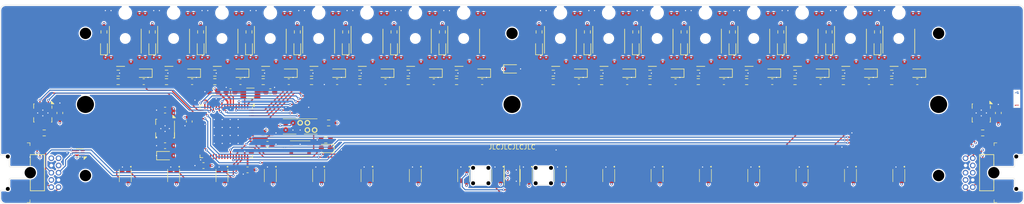
<source format=kicad_pcb>
(kicad_pcb (version 20241229) (generator "pcbnew") (generator_version "9.0")
  (title_block (date "2025-09-19") (rev "8"))
  (layers (0 "F.Cu" signal "Front") (4 "In1.Cu" power) (6 "In2.Cu" power) (2 "B.Cu" signal "Back") (13 "F.Paste" user) (5 "F.SilkS" user "F.Silkscreen") (1 "F.Mask" user) (3 "B.Mask" user) (25 "Edge.Cuts" user))
  (property "Order-Number" "JLCJLCJLCJLC")
  (net 0 "")
  (net 1 "GND")
  (net 2 "Net-(D101-OUT)")
  (net 3 "+3V3")
  (net 4 "/SWDIO")
  (net 6 "Net-(D103-K)")
  (net 10 "/LED-onboard")
  (net 11 "/ Expression Input 1/LED-Out")
  (net 12 "/Analog-1")
  (net 13 "Net-(D201-A)")
  (net 14 "/Analog-9")
  (net 15 "/VDDCORE")
  (net 16 "/SWCLK")
  (net 17 "Net-(D301-A)")
  (net 18 "Net-(D401-A)")
  (net 19 "+5V")
  (net 20 "/XIN32")
  (net 21 "/USB+")
  (net 22 "/RESET")
  (net 23 "/XOUT32")
  (net 24 "/USB-")
  (net 25 "Net-(D501-A)")
  (net 26 "/Analog-10")
  (net 27 "/Analog-11")
  (net 28 "/Button-LED")
  (net 29 "/Analog-12")
  (net 30 "/Button")
  (net 31 "/Analog-13")
  (net 32 "/Analog-14")
  (net 33 "/LED-Data")
  (net 34 "Net-(D601-A)")
  (net 35 "Net-(D701-A)")
  (net 36 "Net-(D801-A)")
  (net 37 "/Analog-16")
  (net 38 "/Analog-15")
  (net 39 "Net-(D901-A)")
  (net 41 "Net-(D1001-A)")
  (net 43 "/ Expression Input 2/LED-Out")
  (net 44 "/ Expression Input 3/LED-Out")
  (net 45 "/Analog-5")
  (net 46 "/ Expression Input 5 /LED-Out")
  (net 47 "/ Expression Input 6/LED-Out")
  (net 48 "/ Expression Input 7/LED-Out")
  (net 49 "/Analog-2")
  (net 50 "/Analog-3")
  (net 51 "/Analog-4")
  (net 52 "/Analog-6")
  (net 53 "/Analog-7")
  (net 54 "/Analog-8")
  (net 59 "/ Expression Input 1/Ring")
  (net 60 "/ Expression Input 1/Tip")
  (net 61 "/ Expression Input 2/Ring")
  (net 62 "/ Expression Input 2/Tip")
  (net 63 "/ Expression Input 3/Ring")
  (net 64 "/ Expression Input 3/Tip")
  (net 65 "/ Expression Input 4/Ring")
  (net 66 "/ Expression Input 4/Tip")
  (net 67 "/ Expression Input 5 /Ring")
  (net 68 "/ Expression Input 5 /Tip")
  (net 69 "/ Expression Input 6/Ring")
  (net 70 "/ Expression Input 6/Tip")
  (net 71 "/ Expression Input 7/Ring")
  (net 72 "/ Expression Input 7/Tip")
  (net 73 "/ Expression Input 8/Ring")
  (net 74 "/ Expression Input 8/Tip")
  (net 75 "/LED-5")
  (net 76 "/LED-9")
  (net 77 "Net-(D1101-A)")
  (net 78 "/ Expression Input 10/LED-In")
  (net 79 "Net-(D1201-A)")
  (net 80 "/ Expression Input 10/LED-Out")
  (net 81 "Net-(D1301-A)")
  (net 82 "/ Expression Input 11/LED-Out")
  (net 83 "Net-(D1401-A)")
  (net 84 "/LED-13")
  (net 85 "Net-(D1501-A)")
  (net 86 "/ Expression Input 13/LED-Out")
  (net 87 "Net-(D1601-A)")
  (net 88 "/ Expression Input 14/LED-Out")
  (net 89 "Net-(D1701-A)")
  (net 90 "/ Expression Input 15/LED-Out")
  (net 92 "/ Expression Input 9/Ring")
  (net 93 "/ Expression Input 9/Tip")
  (net 94 "/ Expression Input 10/Ring")
  (net 95 "/ Expression Input 10/Tip")
  (net 96 "/ Expression Input 11/Ring")
  (net 97 "/ Expression Input 11/Tip")
  (net 98 "/ Expression Input 12/Ring")
  (net 99 "/ Expression Input 12/Tip")
  (net 100 "/ Expression Input 13/Ring")
  (net 101 "/ Expression Input 13/Tip")
  (net 102 "/ Expression Input 14/Ring")
  (net 103 "/ Expression Input 14/Tip")
  (net 104 "/ Expression Input 15/Ring")
  (net 105 "/ Expression Input 15/Tip")
  (net 106 "/ Expression Input 16/Ring")
  (net 107 "/ Expression Input 16/Tip")
  (net 130 "/Link Plug/TX-Y")
  (net 131 "/Link Plug/TX-Z")
  (net 132 "/Link Plug/RX-B")
  (net 133 "/Link Plug/RX-A")
  (net 135 "/Link Socket/TX-Z")
  (net 136 "/Link Socket/RX-B")
  (net 137 "/Link Socket/RX-A")
  (net 138 "/Link Socket/TX-Y")
  (net 140 "/Plug-TX-Enable")
  (net 141 "/Socket-TX")
  (net 142 "/Socket-TX-Enable")
  (net 143 "/Plug-TX")
  (net 144 "/Plug-RX")
  (net 145 "/Socket-RX")
  (footprint "Capacitor_SMD:C_0603_1608Metric" (layer "F.Cu") (at 206.75 98.25)
    (property "Reference" "C1501" (hide yes))
    (property "Value" "0u022" (hide yes))
  )
  (footprint "Capacitor_SMD:C_0603_1608Metric" (layer "F.Cu") (at 189.75 98.25)
    (property "Reference" "C1301" (hide yes))
    (property "Value" "0u022" (hide yes))
  )
  (footprint "Capacitor_SMD:C_0603_1608Metric" (layer "F.Cu") (at 110 100)
    (property "Reference" "C110" (hide yes))
    (property "Value" "18p" (hide yes))
  )
  (footprint "Diode_SMD:D_0603_1608Metric" (layer "F.Cu") (at 104.75 96.75 180)
    (property "Reference" "TVS401" (hide yes))
    (property "Value" "CG0603MLC-3.3LE" (hide yes))
  )
  (footprint "V2_Button_Switch_SMD:SKSG" (layer "F.Cu") (at 152.5 114.75 -90)
    (property "Reference" "SW101" (hide yes))
    (property "Value" "SW_Push" (hide yes))
  )
  (footprint "V2_Connector_Audio:CUI_SJ2-25404B-SMT-TR" (layer "F.Cu") (at 127 90.25 -90)
    (property "Reference" "J701" (hide yes))
    (property "Value" "SJ2-25404B-SMT-TR" (hide yes))
  )
  (footprint "V2_Artwork:Arrow_Out" (layer "F.Cu") (at 66 118.25)
    (property "Reference" "ICON102" (hide yes))
    (property "Value" "Arrow_Out" (hide yes))
  )
  (footprint "V2_LED:WS2812-2020" (layer "F.Cu") (at 135.5 114.75 90)
    (property "Reference" "D802" (hide yes))
    (property "Value" "WS2812" (hide yes))
  )
  (footprint "Diode_SMD:D_SOD-523" (layer "F.Cu") (at 89.25 92.25 90)
    (property "Reference" "D301" (hide yes))
    (property "Value" "RB501SM" (hide yes))
  )
  (footprint "Resistor_SMD:R_0603_1608Metric" (layer "F.Cu") (at 157.25 89.5 90)
    (property "Reference" "R1001" (hide yes))
    (property "Value" "33R" (hide yes))
  )
  (footprint "Diode_SMD:D_0603_1608Metric" (layer "F.Cu") (at 138.75 96.75 180)
    (property "Reference" "TVS801" (hide yes))
    (property "Value" "CG0603MLC-3.3LE" (hide yes))
  )
  (footprint "Resistor_SMD:R_0603_1608Metric" (layer "F.Cu") (at 193.75 98.25 180)
    (property "Reference" "R1402" (hide yes))
    (property "Value" "1k" (hide yes))
  )
  (footprint "Resistor_SMD:R_0603_1608Metric" (layer "F.Cu") (at 131.75 89.5 90)
    (property "Reference" "R801" (hide yes))
    (property "Value" "33R" (hide yes))
  )
  (footprint "Capacitor_SMD:C_0603_1608Metric" (layer "F.Cu") (at 113.25 98.25)
    (property "Reference" "C501" (hide yes))
    (property "Value" "0u022" (hide yes))
  )
  (footprint "Capacitor_SMD:C_0603_1608Metric" (layer "F.Cu") (at 223.75 98.25)
    (property "Reference" "C1701" (hide yes))
    (property "Value" "0u022" (hide yes))
  )
  (footprint "Capacitor_SMD:C_0603_1608Metric" (layer "F.Cu") (at 104.75 98.25)
    (property "Reference" "C401" (hide yes))
    (property "Value" "0u022" (hide yes))
  )
  (footprint "Capacitor_SMD:C_0603_1608Metric" (layer "F.Cu") (at 106 113.75 180)
    (property "Reference" "C104" (hide yes))
    (property "Value" "0u1" (hide yes))
  )
  (footprint "V2_LED:WS2812-2020" (layer "F.Cu") (at 144 114.75 90)
    (property "Reference" "D902" (hide yes))
    (property "Value" "WS2812" (hide yes))
  )
  (footprint "Capacitor_SMD:C_0603_1608Metric" (layer "F.Cu") (at 121.75 98.25)
    (property "Reference" "C601" (hide yes))
    (property "Value" "0u022" (hide yes))
  )
  (footprint "Diode_SMD:D_SOD-523" (layer "F.Cu") (at 131.75 92.25 90)
    (property "Reference" "D801" (hide yes))
    (property "Value" "RB501SM" (hide yes))
  )
  (footprint "Resistor_SMD:R_0603_1608Metric" (layer "F.Cu") (at 185.25 98.25 180)
    (property "Reference" "R1302" (hide yes))
    (property "Value" "1k" (hide yes))
  )
  (footprint "Resistor_SMD:R_0603_1608Metric" (layer "F.Cu") (at 202.25 98.25 180)
    (property "Reference" "R1502" (hide yes))
    (property "Value" "1k" (hide yes))
  )
  (footprint "V2_Package_DFN_QFN:QFN-64-1EP_9x9mm_P0.5mm_EP4.8x4.8mm_ThermalVias" (layer "F.Cu") (at 102.25 107 -90)
    (property "Reference" "U102" (hide yes))
    (property "Value" "ATSAMD51J" (hide yes))
  )
  (footprint "V2_Connector_Audio:CUI_SJ2-25404B-SMT-TR" (layer "F.Cu") (at 195 90.25 -90)
    (property "Reference" "J1401" (hide yes))
    (property "Value" "SJ2-25404B-SMT-TR" (hide yes))
  )
  (footprint "V2_Mechanical:MountingHole_2mm" (layer "F.Cu") (at 77.5 89.75)
    (property "Reference" "H104" (hide yes))
    (property "Value" "MountingHole_2mm" (hide yes))
  )
  (footprint "Diode_SMD:D_SOD-523" (layer "F.Cu") (at 106.25 92.25 90)
    (property "Reference" "D501" (hide yes))
    (property "Value" "RB501SM" (hide yes))
  )
  (footprint "V2_Fiducial:Fiducial_0.5mm_Mask1mm_Paste" (layer "F.Cu") (at 241.5 118.75)
    (property "Reference" "FID103" (hide yes))
    (property "Value" "Fiducial" (hide yes))
  )
  (footprint "Diode_SMD:D_0603_1608Metric" (layer "F.Cu") (at 198.25 96.75 180)
    (property "Reference" "TVS1401" (hide yes))
    (property "Value" "CG0603MLC-3.3LE" (hide yes))
  )
  (footprint "V2_Connector_Header_1.27mm:PinHeader_2x05_P1.27mm_Horizontal" (layer "F.Cu") (at 233.5 114.25 -90)
    (property "Reference" "J1901" (hide yes))
    (property "Value" "2x05_Horizontal" (hide yes))
  )
  (footprint "Resistor_SMD:R_0603_1608Metric" (layer "F.Cu") (at 140.25 89.5 90)
    (property "Reference" "R901" (hide yes))
    (property "Value" "33R" (hide yes))
  )
  (footprint "Diode_SMD:D_0603_1608Metric" (layer "F.Cu") (at 147.25 96.75 180)
    (property "Reference" "TVS901" (hide yes))
    (property "Value" "CG0603MLC-3.3LE" (hide yes))
  )
  (footprint "V2_Connector_Audio:CUI_SJ2-25404B-SMT-TR" (layer "F.Cu") (at 144 90.25 -90)
    (property "Reference" "J901" (hide yes))
    (property "Value" "SJ2-25404B-SMT-TR" (hide yes))
  )
  (footprint "V2_LED:WS2812-2020" (layer "F.Cu") (at 150 114.75 90)
    (property "Reference" "D101" (hide yes))
    (property "Value" "WS2812" (hide yes))
  )
  (footprint "Resistor_SMD:R_0603_1608Metric" (layer "F.Cu") (at 199.75 89.5 90)
    (property "Reference" "R1501" (hide yes))
    (property "Value" "33R" (hide yes))
  )
  (footprint "V2_LED:WS2812-2020" (layer "F.Cu") (at 178 114.75 90)
    (property "Reference" "D1202" (hide yes))
    (property "Value" "WS2812" (hide yes))
  )
  (footprint "V2_Artwork:Arrow_In" (layer "F.Cu") (at 239 118.25)
    (property "Reference" "ICON101" (hide yes))
    (property "Value" "Arrow_In" (hide yes))
  )
  (footprint "V2_Fiducial:Fiducial_0.5mm_Mask1mm_Paste" (layer "F.Cu") (at 63.5 118.75)
    (property "Reference" "FID101" (hide yes))
    (property "Value" "Fiducial" (hide yes))
  )
  (footprint "Diode_SMD:D_0603_1608Metric" (layer "F.Cu") (at 96.25 96.75 180)
    (property "Reference" "TVS301" (hide yes))
    (property "Value" "CG0603MLC-3.3LE" (hide yes))
  )
  (footprint "Resistor_SMD:R_0603_1608Metric" (layer "F.Cu") (at 216.75 89.5 90)
    (property "Reference" "R1701" (hide yes))
    (property "Value" "33R" (hide yes))
  )
  (footprint "Capacitor_SMD:C_0603_1608Metric" (layer "F.Cu") (at 198.25 98.25)
    (property "Reference" "C1401" (hide yes))
    (property "Value" "0u022" (hide yes))
  )
  (footprint "Diode_SMD:D_0603_1608Metric" (layer "F.Cu") (at 223.75 96.75 180)
    (property "Reference" "TVS1701" (hide yes))
    (property "Value" "CG0603MLC-3.3LE" (hide yes))
  )
  (footprint "V2_Cortex_Debug:Cortex_Debug_Pad" (layer "F.Cu") (at 115.25 106.75 180)
    (property "Reference" "J101" (hide yes))
    (property "Value" "Cortex_Debug" (hide yes))
  )
  (footprint "V2_LED:WS2812-2020" (layer "F.Cu") (at 212 114.75 90)
    (property "Reference" "D1602" (hide yes))
    (property "Value" "WS2812" (hide yes))
  )
  (footprint "Diode_SMD:D_0603_1608Metric" (layer "F.Cu") (at 181.25 96.75 180)
    (property "Reference" "TVS1201" (hide yes))
    (property "Value" "CG0603MLC-3.3LE" (hide yes))
  )
  (footprint "V2_Package_SON:VSON-10-4-1EP_3x3mm_P0.5mm_EP1.65x2.4mm_ThermalVias" (layer "F.Cu") (at 70 103.75 -90)
    (property "Reference" "U1801" (hide yes))
    (property "Value" "THVD24x2" (hide yes))
  )
  (footprint "V2_Connector_Audio:CUI_SJ2-25404B-SMT-TR" (layer "F.Cu") (at 161 90.25 -90)
    (property "Reference" "J1001" (hide yes))
    (property "Value" "SJ2-25404B-SMT-TR" (hide yes))
  )
  (footprint "Resistor_SMD:R_0603_1608Metric" (layer "F.Cu") (at 83.25 98.25 180)
    (property "Reference" "R202" (hide yes))
    (property "Value" "1k" (hide yes))
  )
  (footprint "V2_Mechanical:MountingHole_3mm" (layer "F.Cu") (at 227.5 102.25)
    (property "Reference" "H102" (hide yes))
    (property "Value" "MountingHole_3mm" (hide yes))
  )
  (footprint "Resistor_SMD:R_0603_1608Metric" (layer "F.Cu") (at 106.25 89.5 90)
    (property "Reference" "R501" (hide yes))
    (property "Value" "33R" (hide yes))
  )
  (footprint "V2_Connector_Audio:CUI_SJ2-25404B-SMT-TR" (layer "F.Cu") (at 212 90.25 -90)
    (property "Reference" "J1601" (hide yes))
    (property "Value" "SJ2-25404B-SMT-TR" (hide yes))
  )
  (footprint "Capacitor_SMD:C_0603_1608Metric" (layer "F.Cu") (at 95.75 105.25 -90)
    (property "Reference" "C105" (hide yes))
    (property "Value" "0u1" (hide yes))
  )
  (footprint "Resistor_SMD:R_0603_1608Metric" (layer "F.Cu") (at 210.75 96.75)
    (property "Reference" "R1603" (hide yes))
    (property "Value" "100k" (hide yes))
  )
  (footprint "Resistor_SMD:R_0603_1608Metric" (layer "F.Cu") (at 191.25 89.5 90)
    (property "Reference" "R1401" (hide yes))
    (property "Value" "33R" (hide yes))
  )
  (footprint "V2_Production:Order_Number" (layer "F.Cu") (at 152.5 109.75)
    (property "Reference" "INFO101" (hide yes))
    (property "Value" "Order_Number" (hide yes))
  )
  (footprint "Resistor_SMD:R_0603_1608Metric" (layer "F.Cu") (at 202.25 96.75)
    (property "Reference" "R1503" (hide yes))
    (property "Value" "100k" (hide yes))
  )
  (footprint "Resistor_SMD:R_0603_1608Metric" (layer "F.Cu") (at 83.25 96.75)
    (property "Reference" "R203" (hide yes))
    (property "Value" "100k" (hide yes))
  )
  (footprint "Diode_SMD:D_SOD-523" (layer "F.Cu") (at 182.75 92.25 90)
    (property "Reference" "D1301" (hide yes))
    (property "Value" "RB501SM" (hide yes))
  )
  (footprint "Diode_SMD:D_0603_1608Metric" (layer "F.Cu") (at 121.75 96.75 180)
    (property "Reference" "TVS601" (hide yes))
    (property "Value" "CG0603MLC-3.3LE" (hide yes))
  )
  (footprint "V2_Artwork:Logo_Small" (layer "F.Cu") (at 237.5 89.75)
    (property "Reference" "ICON103" (hide yes))
    (property "Value" "V2-logo" (hide yes))
  )
  (footprint "Diode_SMD:D_SOD-523" (layer "F.Cu") (at 174.25 92.25 90)
    (property "Reference" "D1201" (hide yes))
    (property "Value" "RB501SM" (hide yes))
  )
  (footprint "V2_PCB_Devices:PCB_Plug_Horizontal" (layer "F.Cu") (at 71.5 114.25 90)
    (property "Reference" "PLUG101" (hide yes))
    (property "Value" "PCB_Plug_Horizontal" (hide yes))
    (fp_line (start -3.1 -8.85) (end -3.1 -7.4) (stroke (width 0.05)) (layer "Edge.Cuts"))
    (fp_line (start 3.1 -7.4) (end 3.1 -8.85) (stroke (width 0.05)) (layer "Edge.Cuts"))
    (fp_line (start 1.15 -7.4) (end 3.1 -7.4) (stroke (width 0.05)) (layer "Edge.Cuts"))
    (fp_line (start -3.1 -7.4) (end -1.15 -7.4) (stroke (width 0.05)) (layer "Edge.Cuts"))
    (fp_line (start -1 -7.25) (end -1 -3.7) (stroke (width 0.05)) (layer "Edge.Cuts"))
    (fp_line (start 1 -3.7) (end 1 -7.25) (stroke (width 0.05)) (layer "Edge.Cuts"))
    (fp_line (start -1 -3.7) (end 1 -3.7) (stroke (width 0.05)) (layer "Edge.Cuts"))
    (fp_arc (start -3.25 -9) (mid -3.143934 -8.956066) (end -3.1 -8.85) (stroke (width 0.05)) (layer "Edge.Cuts"))
    (fp_arc (start 3.1 -8.85) (mid 3.143934 -8.956066) (end 3.25 -9) (stroke (width 0.05)) (layer "Edge.Cuts"))
    (fp_arc (start -1.15 -7.4) (mid -1.043934 -7.356066) (end -1 -7.25) (stroke (width 0.05)) (layer "Edge.Cuts"))
    (fp_arc (start 1 -7.25) (mid 1.043934 -7.356066) (end 1.15 -7.4) (stroke (width 0.05)) (layer "Edge.Cuts"))
  )
  (footprint "Resistor_SMD:R_0603_1608Metric" (layer "F.Cu") (at 142.75 98.25 180)
    (property "Reference" "R902" (hide yes))
    (property "Value" "1k" (hide yes))
  )
  (footprint "Resistor_SMD:R_0603_1608Metric" (layer "F.Cu") (at 210.75 98.25 180)
    (property "Reference" "R1602" (hide yes))
    (property "Value" "1k" (hide yes))
  )
  (footprint "V2_LED:WS2812-2020" (layer "F.Cu") (at 118.5 114.75 90)
    (property "Reference" "D602" (hide yes))
    (property "Value" "WS2812" (hide yes))
  )
  (footprint "Resistor_SMD:R_0603_1608Metric" (layer "F.Cu") (at 159.75 98.25 180)
    (property "Reference" "R1002" (hide yes))
    (property "Value" "1k" (hide yes))
  )
  (footprint "V2_Button_Switch_SMD:SKSG" (layer "F.Cu") (at 115.25 110)
    (property "Reference" "SW102" (hide yes))
    (property "Value" "SW_Push" (hide yes))
  )
  (footprint "Resistor_SMD:R_0603_1608Metric" (layer "F.Cu") (at 108.75 98.25 180)
    (property "Reference" "R502" (hide yes))
    (property "Value" "1k" (hide yes))
  )
  (footprint "Capacitor_SMD:C_0603_1608Metric" (layer "F.Cu") (at 215.25 98.25)
    (property "Reference" "C1601" (hide yes))
    (property "Value" "0u022" (hide yes))
  )
  (footprint "Capacitor_SMD:C_0603_1608Metric" (layer "F.Cu") (at 103 100 180)
    (property "Reference" "C111" (hide yes))
    (property "Value" "18p" (hide yes))
  )
  (footprint "Diode_SMD:D_0603_1608Metric" (layer "F.Cu") (at 215.25 96.75 180)
    (property "Reference" "TVS1601" (hide yes))
    (property "Value" "CG0603MLC-3.3LE" (hide yes))
  )
  (footprint "Capacitor_SMD:C_0603_1608Metric" (layer "F.Cu") (at 130.25 98.25)
    (property "Reference" "C701" (hide yes))
    (property "Value" "0u022" (hide yes))
  )
  (footprint "V2_Connector_Audio:CUI_SJ2-25404B-SMT-TR" (layer "F.Cu") (at 101.5 90.25 -90)
    (property "Reference" "J401" (hide yes))
    (property "Value" "SJ2-25404B-SMT-TR" (hide yes))
  )
  (footprint "V2_LED:WS2812-2020" (layer "F.Cu") (at 101.5 114.75 90)
    (property "Reference" "D402" (hide yes))
    (property "Value" "WS2812" (hide yes))
  )
  (footprint "Resistor_SMD:R_0603_1608Metric" (layer "F.Cu") (at 165.75 89.5 90)
    (property "Reference" "R1101" (hide yes))
    (property "Value" "33R" (hide yes))
  )
  (footprint "Diode_SMD:D_SOD-523" (layer "F.Cu") (at 191.25 92.25 90)
    (property "Reference" "D1401" (hide yes))
    (property "Value" "RB501SM" (hide yes))
  )
  (footprint "Resistor_SMD:R_0603_1608Metric" (layer "F.Cu") (at 108.75 96.75)
    (property "Reference" "R503" (hide yes))
    (property "Value" "100k" (hide yes))
  )
  (footprint "Diode_SMD:D_0603_1608Metric" (layer "F.Cu") (at 130.25 96.75 180)
    (property "Reference" "TVS701" (hide yes))
    (property "Value" "CG0603MLC-3.3LE" (hide yes))
  )
  (footprint "Resistor_SMD:R_0603_1608Metric" (layer "F.Cu") (at 123.25 89.5 90)
    (property "Reference" "R701" (hide yes))
    (property "Value" "33R" (hide yes))
  )
  (footprint "V2_Crystal:Crystal_SMD_3215-2Pin_3.2x1.5mm" (layer "F.Cu") (at 106.5 100.25)
    (property "Reference" "Y101" (hide yes))
    (property "Value" "32k768" (hide yes))
  )
  (footprint "Resistor_SMD:R_0603_1608Metric" (layer "F.Cu") (at 219.25 98.25 180)
    (property "Reference" "R1702" (hide yes))
    (property "Value" "1k" (hide yes))
  )
  (footprint "Resistor_SMD:R_0603_1608Metric" (layer "F.Cu") (at 176.75 96.75)
    (property "Reference" "R1203" (hide yes))
    (property "Value" "100k" (hide yes))
  )
  (footprint "V2_LED:WS2812-2020" (layer "F.Cu") (at 186.5 114.75 90)
    (property "Reference" "D1302" (hide yes))
    (property "Value" "WS2812" (hide yes))
  )
  (footprint "Capacitor_SMD:C_0603_1608Metric" (layer "F.Cu") (at 109.5 109.25)
    (property "Reference" "C101" (hide yes))
    (property "Value" "10u" (hide yes))
  )
  (footprint "Resistor_SMD:R_0603_1608Metric" (layer "F.Cu") (at 159.75 96.75)
    (property "Reference" "R1003" (hide yes))
    (property "Value" "100k" (hide yes))
  )
  (footprint "Diode_SMD:D_SOD-523" (layer "F.Cu") (at 97.75 92.25 90)
    (property "Reference" "D401" (hide yes))
    (property "Value" "RB501SM" (hide yes))
  )
  (footprint "V2_Connector_Audio:CUI_SJ2-25404B-SMT-TR" (layer "F.Cu") (at 203.5 90.25 -90)
    (property "Reference" "J1501" (hide yes))
    (property "Value" "SJ2-25404B-SMT-TR" (hide yes))
  )
  (footprint "V2_Mechanical:MountingHole_2mm" (layer "F.Cu") (at 77.5 114.75)
    (property "Reference" "H106" (hide yes))
    (property "Value" "MountingHole_2mm" (hide yes))
  )
  (footprint "Resistor_SMD:R_0603_1608Metric" (layer "F.Cu") (at 89.25 89.5 90)
    (property "Reference" "R301" (hide yes))
    (property "Value" "33R" (hide yes))
  )
  (footprint "Capacitor_SMD:C_0603_1608Metric" (layer "F.Cu") (at 91.5 103.25 180)
    (property "Reference" "C109" (hide yes))
    (property "Value" "10u" (hide yes))
  )
  (footprint "Diode_SMD:D_0603_1608Metric" (layer "F.Cu") (at 113.25 96.75 180)
    (property "Reference" "TVS501" (hide yes))
    (property "Value" "CG0603MLC-3.3LE" (hide yes))
  )
  (footprint "Resistor_SMD:R_0603_1608Metric" (layer "F.Cu") (at 134.25 98.25 180)
    (property "Reference" "R802" (hide yes))
    (property "Value" "1k" (hide yes))
  )
  (footprint "Resistor_SMD:R_0603_1608Metric" (layer "F.Cu") (at 168.25 96.75)
    (property "Reference" "R1103" (hide yes))
    (property "Value" "100k" (hide yes))
  )
  (footprint "V2_Connector_Audio:CUI_SJ2-25404B-SMT-TR" (layer "F.Cu") (at 220.5 90.25 -90)
    (property "Reference" "J1701" (hide yes))
    (property "Value" "SJ2-25404B-SMT-TR" (hide yes))
  )
  (footprint "Capacitor_SMD:C_0603_1608Metric" (layer "F.Cu") (at 238 103.75 90)
    (property "Reference" "C1901" (hide yes))
    (property "Value" "0u1" (hide yes))
  )
  (footprint "V2_Connector_Audio:CUI_SJ2-25404B-SMT-TR" (layer "F.Cu") (at 178 90.25 -90)
    (property "Reference" "J1201" (hide yes))
    (property "Value" "SJ2-25404B-SMT-TR" (hide yes))
  )
  (footprint "V2_Connector_Audio:CUI_SJ2-25404B-SMT-TR" (layer "F.Cu") (at 186.5 90.25 -90)
    (property "Reference" "J1301" (hide yes))
    (property "Value" "SJ2-25404B-SMT-TR" (hide yes))
  )
  (footprint "Diode_SMD:D_SOD-523" (layer "F.Cu") (at 216.75 92.25 90)
    (property "Reference" "D1701" (hide yes))
    (property "Value" "RB501SM" (hide yes))
  )
  (footprint "V2_Connector_Audio:CUI_SJ2-25404B-SMT-TR" (layer "F.Cu") (at 84.5 90.25 -90)
    (property "Reference" "J201" (hide yes))
    (property "Value" "SJ2-25404B-SMT-TR" (hide yes))
  )
  (footprint "V2_LED:WS2812-2020" (layer "F.Cu") (at 195 114.75 90)
    (property "Reference" "D1402" (hide yes))
    (property "Value" "WS2812" (hide yes))
  )
  (footprint "Diode_SMD:D_SOD-523" (layer "F.Cu") (at 199.75 92.25 90)
    (property "Reference" "D1501" (hide yes))
    (property "Value" "RB501SM" (hide yes))
  )
  (footprint "V2_Mechanical:MountingHole_2mm" (layer "F.Cu") (at 227.5 114.75)
    (property "Reference" "H107" (hide yes))
    (property "Value" "MountingHole_2mm" (hide yes))
  )
  (footprint "V2_LED:WS2812-2020" (layer "F.Cu") (at 93 114.75 90)
    (property "Reference" "D302" (hide yes))
    (property "Value" "WS2812" (hide yes))
  )
  (footprint "V2_LED:WS2812-2020" (layer "F.Cu") (at 110 114.75 90)
    (property "Reference" "D502" (hide yes))
    (property "Value" "WS2812" (hide yes))
  )
  (footprint "V2_Mechanical:MountingHole_3mm" (layer "F.Cu") (at 77.5 102.25)
    (property "Reference" "H101" (hide yes))
    (property "Value" "MountingHole_3mm" (hide yes))
  )
  (footprint "V2_LED:WS2812-2020" (layer "F.Cu") (at 161 114.75 90)
    (property "Reference" "D1002" (hide yes))
    (property "Value" "WS2812" (hide yes))
  )
  (footprint "Resistor_SMD:R_0603_1608Metric" (layer "F.Cu") (at 91.75 98.25 180)
    (property "Reference" "R302" (hide yes))
    (property "Value" "1k" (hide yes))
  )
  (footprint "V2_PCB_Devices:PCB_Plug_Horizontal" (layer "F.Cu") (at 233.5 114.25 -90)
    (property "Reference" "PLUG102" (hide yes))
    (property "Value" "PCB_Plug_Horizontal" (hide yes))
    (fp_line (start -1 -3.7) (end 1 -3.7) (stroke (width 0.05)) (layer "Edge.Cuts"))
    (fp_line (start 1 -3.7) (end 1 -7.25) (stroke (width 0.05)) (layer "Edge.Cuts"))
    (fp_line (start -1 -7.25) (end -1 -3.7) (stroke (width 0.05)) (layer "Edge.Cuts"))
    (fp_line (start -3.1 -7.4) (end -1.15 -7.4) (stroke (width 0.05)) (layer "Edge.Cuts"))
    (fp_line (start 1.15 -7.4) (end 3.1 -7.4) (stroke (width 0.05)) (layer "Edge.Cuts"))
    (fp_line (start 3.1 -7.4) (end 3.1 -8.85) (stroke (width 0.05)) (layer "Edge.Cuts"))
    (fp_line (start -3.1 -8.85) (end -3.1 -7.4) (stroke (width 0.05)) (layer "Edge.Cuts"))
    (fp_arc (start 1 -7.25) (mid 1.043934 -7.356066) (end 1.15 -7.4) (stroke (width 0.05)) (layer "Edge.Cuts"))
    (fp_arc (start -1.15 -7.4) (mid -1.043934 -7.356066) (end -1 -7.25) (stroke (width 0.05)) (layer "Edge.Cuts"))
    (fp_arc (start 3.1 -8.85) (mid 3.143934 -8.956066) (end 3.25 -9) (stroke (width 0.05)) (layer "Edge.Cuts"))
    (fp_arc (start -3.25 -9) (mid -3.143934 -8.956066) (end -3.1 -8.85) (stroke (width 0.05)) (layer "Edge.Cuts"))
  )
  (footprint "V2_Connector_Audio:CUI_SJ2-25404B-SMT-TR" (layer "F.Cu") (at 118.5 90.25 -90)
    (property "Reference" "J601" (hide yes))
    (property "Value" "SJ2-25404B-SMT-TR" (hide yes))
  )
  (footprint "Resistor_SMD:R_0603_1608Metric" (layer "F.Cu") (at 80.75 89.5 90)
    (property "Reference" "R201" (hide yes))
    (property "Value" "33R" (hide yes))
  )
  (footprint "Resistor_SMD:R_0603_1608Metric" (layer "F.Cu") (at 100.25 96.75)
    (property "Reference" "R403" (hide yes))
    (property "Value" "100k" (hide yes))
  )
  (footprint "Resistor_SMD:R_0603_1608Metric" (layer "F.Cu") (at 117.25 96.75)
    (property "Reference" "R603" (hide yes))
    (property "Value" "100k" (hide yes))
  )
  (footprint "Diode_SMD:D_0603_1608Metric" (layer "F.Cu") (at 172.75 96.75 180)
    (property "Reference" "TVS1101" (hide yes))
    (property "Value" "CG0603MLC-3.3LE" (hide yes))
  )
  (footprint "Resistor_SMD:R_0603_1608Metric" (layer "F.Cu") (at 134.25 96.75)
    (property "Reference" "R803" (hide yes))
    (property "Value" "100k" (hide yes))
  )
  (footprint "Resistor_SMD:R_0603_1608Metric" (layer "F.Cu") (at 117.25 98.25 180)
    (property "Reference" "R602" (hide yes))
    (property "Value" "1k" (hide yes))
  )
  (footprint "Resistor_SMD:R_0603_1608Metric" (layer "F.Cu") (at 176.75 98.25 180)
    (property "Reference" "R1202" (hide yes))
    (property "Value" "1k" (hide yes))
  )
  (footprint "V2_Mechanical:MountingHole_2mm" (layer "F.Cu") (at 227.5 89.75 90)
    (property "Reference" "H103" (hide yes))
    (property "Value" "MountingHole_2mm" (hide yes))
  )
  (footprint "V2_LED:WS2812-2020" (layer "F.Cu") (at 84.5 114.75 90)
    (property "Reference" "D202" (hide yes))
    (property "Value" "WS2812" (hide yes))
  )
  (footprint "Capacitor_SMD:C_0603_1608Metric" (layer "F.Cu") (at 172.75 98.25)
    (property "Reference" "C1101" (hide yes))
    (property "Value" "0u022" (hide yes))
  )
  (footprint "Resistor_SMD:R_0603_1608Metric" (layer "F.Cu") (at 185.25 96.75)
    (property "Reference" "R1303" (hide yes))
    (property "Value" "100k" (hide yes))
  )
  (footprint "V2_Package_SON:VSON-8-1_3x3mm_P0.65_EP1.65x2.4mm" (layer "F.Cu") (at 91.5 106.5 -90)
    (property "Reference" "U101" (hide yes))
    (property "Value" "TPS78433QWDRBRQ1" (hide yes))
  )
  (footprint "V2_Connector_Audio:CUI_SJ2-25404B-SMT-TR" (layer "F.Cu") (at 93 90.25 -90)
    (property "Reference" "J301" (hide yes))
    (property "Value" "SJ2-25404B-SMT-TR" (hide yes))
  )
  (footprint "Resistor_SMD:R_0603_1608Metric" (layer "F.Cu") (at 97.75 89.5 90)
    (property "Reference" "R401" (hide yes))
    (property "Value" "33R" (hide yes))
  )
  (footprint "Diode_SMD:D_0603_1608Metric" (layer "F.Cu") (at 87.75 96.75 180)
    (property "Reference" "TVS201" (hide yes))
    (property "Value" "CG0603MLC-3.3LE" (hide yes))
  )
  (footprint "Capacitor_SMD:C_0603_1608Metric" (layer "F.Cu") (at 164.25 98.25)
    (property "Reference" "C1001" (hide yes))
    (property "Value" "0u022" (hide yes))
  )
  (footprint "Diode_SMD:D_SOD-523" (layer "F.Cu") (at 157.25 92.25 90)
    (property "Reference" "D1001" (hide yes))
    (property "Value" "RB501SM" (hide yes))
  )
  (footprint "V2_Connector_Audio:CUI_SJ2-25404B-SMT-TR" (layer "F.Cu") (at 110 90.25 -90)
    (property "Reference" "J501" (hide yes))
    (property "Value" "SJ2-25404B-SMT-TR" (hide yes))
  )
  (footprint "Diode_SMD:D_SOD-523" (layer "F.Cu") (at 208.25 92.25 90)
    (property "Reference" "D1601" (hide yes))
    (property "Value" "RB501SM" (hide yes))
  )
  (footprint "Capacitor_SMD:C_0603_1608Metric" (layer "F.Cu") (at 73 103.75 90)
    (property "Reference" "C1801" (hide yes))
    (property "Value" "0u1" (hide yes))
  )
  (footprint "V2_Production:Layer_Numbers" (layer "F.Cu") (at 241.25 101.25 90)
    (property "Reference" "INFO102" (hide yes))
    (property "Value" "Layer_Numbers" (hide yes))
  )
  (footprint "V2_LED:WS2812-2020" (layer "F.Cu") (at 127 114.75 90)
    (property "Reference" "D702" (hide yes))
    (property "Value" "WS2812" (hide yes))
  )
  (footprint "Resistor_SMD:R_0603_1608Metric" (layer "F.Cu") (at 219.25 96.75)
    (property "Reference" "R1703" (hide yes))
    (property "Value" "100k" (hide yes))
  )
  (footprint "Diode_SMD:D_SOD-523" (layer "F.Cu") (at 140.25 92.25 90)
    (property "Reference" "D901" (hide yes))
    (property "Value" "RB501SM" (hide yes))
  )
  (footprint "Capacitor_SMD:C_0603_1608Metric" (layer "F.Cu") (at 138.75 98.25)
    (property "Reference" "C801" (hide yes))
    (property "Value" "0u022" (hide yes))
  )
  (footprint "Resistor_SMD:R_0603_1608Metric" (layer "F.Cu") (at 168.25 98.25 180)
    (property "Reference" "R1102" (hide yes))
    (property "Value" "1k" (hide yes))
  )
  (footprint "V2_Connector_Audio:CUI_SJ2-25404B-SMT-TR" (layer "F.Cu") (at 169.5 90.25 -90)
    (property "Reference" "J1101" (hide yes))
    (property "Value" "SJ2-25404B-SMT-TR" (hide yes))
  )
  (footprint "V2_LED:WS2812-2020" (layer "F.Cu") (at 155 114.75 90)
    (property "Reference" "D102" (hide yes))
    (property "Value" "WS2812" (hide yes))
  )
  (footprint "Resistor_SMD:R_0603_1608Metric" (layer "F.Cu") (at 208.25 89.5 90)
    (property "Reference" "R1601" (hide yes))
    (property "Value" "33R" (hide yes))
  )
  (footprint "Resistor_SMD:R_0603_1608Metric" (layer "F.Cu") (at 119.75 108.5 180)
    (property "Reference" "R101" (hide yes))
    (property "Value" "330R" (hide yes))
  )
  (footprint "Resistor_SMD:R_0603_1608Metric" (layer "F.Cu") (at 193.75 96.75)
    (property "Reference" "R1403" (hide yes))
    (property "Value" "100k" (hide yes))
  )
  (footprint "V2_Connector_Audio:CUI_SJ2-25404B-SMT-TR" (layer "F.Cu") (at 135.5 90.25 -90)
    (property "Reference" "J801" (hide yes))
    (property "Value" "SJ2-25404B-SMT-TR" (hide yes))
  )
  (footprint "V2_LED:WS2812-2020" (layer "F.Cu") (at 220.5 114.75 90)
    (property "Reference" "D1702" (hide yes))
    (property "Value" "WS2812" (hide yes))
  )
  (footprint "Diode_SMD:D_0603_1608Metric" (layer "F.Cu") (at 164.25 96.75 180)
    (property "Reference" "TVS1001" (hide yes))
    (property "Value" "CG0603MLC-3.3LE" (hide yes))
  )
  (footprint "Resistor_SMD:R_0603_1608Metric" (layer "F.Cu") (at 114.75 89.5 90)
    (property "Reference" "R601" (hide yes))
    (property "Value" "33R" (hide yes))
  )
  (footprint "Capacitor_SMD:C_0603_1608Metric" (layer "F.Cu") (at 147.25 98.25)
    (property "Reference" "C901" (hide yes))
    (property "Value" "0u022" (hide yes))
  )
  (footprint "Capacitor_SMD:C_0603_1608Metric" (layer "F.Cu") (at 181.25 98.25)
    (property "Reference" "C1201" (hide yes))
    (property "Value" "0u022" (hide yes))
  )
  (footprint "V2_Package_SON:VSON-10-4-1EP_3x3mm_P0.5mm_EP1.65x2.4mm_ThermalVias" (layer "F.Cu") (at 235 103.75 -90)
    (property "Reference" "U1901" (hide yes))
    (property "Value" "THVD24x2" (hide yes))
  )
  (footprint "Resistor_SMD:R_0603_1608Metric" (layer "F.Cu") (at 174.25 89.5 90)
    (property "Reference" "R1201" (hide yes))
    (property "Value" "33R" (hide yes))
  )
  (footprint "Capacitor_SMD:C_0603_1608Metric" (layer "F.Cu") (at 96.25 98.25)
    (property "Reference" "C301" (hide yes))
    (property "Value" "0u022" (hide yes))
  )
  (footprint "Resistor_SMD:R_0603_1608Metric" (layer "F.Cu") (at 142.75 96.75)
    (property "Reference" "R903" (hide yes))
    (property "Value" "100k" (hide yes))
  )
  (footprint "V2_Connector_Header_1.27mm:PinHeader_2x05_P1.27mm_Horizontal" (layer "F.Cu") (at 71.5 114.25 90)
    (property "Reference" "J1801" (hide yes))
    (property "Value" "2x05_Horizontal" (hide yes))
  )
  (footprint "Resistor_SMD:R_0603_1608Metric" (layer "F.Cu") (at 100.25 98.25 180)
    (property "Reference" "R402" (hide yes))
    (property "Value" "1k" (hide yes))
  )
  (footprint "Resistor_SMD:R_0603_1608Metric" (layer "F.Cu") (at 235.25 107.25 180)
    (property "Reference" "R1901" (hide yes))
    (property "Value" "100R" (hide yes))
  )
  (footprint "Diode_SMD:D_SOD-523" (layer "F.Cu") (at 80.75 92.25 90)
    (property "Reference" "D201" (hide yes))
    (property "Value" "RB501SM" (hide yes))
  )
  (footprint "LED_SMD:LED_0603_1608Metric" (layer "F.Cu") (at 119.75 110 180)
    (property "Reference" "D103" (hide yes))
    (property "Value" "Orange" (hide yes))
  )
  (footprint "V2_PCB_Devices:PCB_Button-bottom" (layer "F.Cu") (at 152.5 114.75 90)
    (property "Reference" "SWB101" (hide yes))
    (property "Value" "Button-bottom" (hide yes))
    (fp_line (start 1.6 -7.1) (end -1.6 -7.1) (stroke (width 0.05)) (layer "Edge.Cuts"))
    (fp_line (start -1.6 -7.1) (end -1.6 -3.9) (stroke (width 0.05)) (layer "Edge.Cuts"))
    (fp_line (start 1.6 -3.9) (end 1.6 -7.1) (stroke (width 0.05)) (layer "Edge.Cuts"))
    (fp_line (start -1.6 -3.9) (end 1.6 -3.9) (stroke (width 0.05)) (layer "Edge.Cuts"))
    (fp_line (start 1.6 3.9) (end -1.6 3.9) (stroke (width 0.05)) (layer "Edge.Cuts"))
    (fp_line (start -1.6 3.9) (end -1.6 7.1) (stroke (width 0.05)) (layer "Edge.Cuts"))
    (fp_line (start 1.6 7.1) (end 1.6 3.9) (stroke (width 0.05)) (layer "Edge.Cuts"))
    (fp_line (start -1.6 7.1) (end 1.6 7.1) (stroke (width 0.05)) (layer "Edge.Cuts"))
  )
  (footprint "Diode_SMD:D_SOD-523" (layer "F.Cu") (at 114.75 92.25 90)
    (property "Reference" "D601" (hide yes))
    (property "Value" "RB501SM" (hide yes))
  )
  (footprint "V2_LED:WS2812-2020" (layer "F.Cu") (at 169.5 114.75 90)
    (property "Reference" "D1102" (hide yes))
    (property "Value" "WS2812" (hide yes))
  )
  (footprint "Capacitor_SMD:C_0603_1608Metric" (layer "F.Cu") (at 98.25 113 180)
    (property "Reference" "C103" (hide yes))
    (property "Value" "0u1" (hide yes))
  )
  (footprint "Capacitor_SMD:C_0603_1608Metric" (layer "F.Cu") (at 100 100 180)
    (property "Reference" "C107" (hide yes))
    (property "Value" "0u1" (hide yes))
  )
  (footprint "Capacitor_SMD:C_0603_1608Metric" (layer "F.Cu") (at 91.5 109.5 180)
    (property "Reference" "C108" (hide yes))
    (property "Value" "10u" (hide yes))
  )
  (footprint "V2_ESD_Suppressor:SLP1210N6" (layer "F.Cu") (at 76.5 110.75 180)
    (property "Reference" "ESD101" (hide yes))
    (property "Value" "RCLAMP0582N" (hide yes))
  )
  (footprint "Diode_SMD:D_0603_1608Metric" (layer "F.Cu") (at 206.75 96.75 180)
    (property "Reference" "TVS1501" (hide yes))
    (property "Value" "CG0603MLC-3.3LE" (hide yes))
  )
  (footprint "V2_Artwork:Board_express_Small" (layer "F.Cu") (at 235.25 96.5)
    (property "Reference" "ICON104" (hide yes))
    (property "Value" "Board_express" (hide yes))
  )
  (footprint "V2_Mechanical:MountingHole_3mm" (layer "F.Cu") (at 152.5 102.25)
    (property "Reference" "H105" (hide yes))
    (property "Value" "MountingHole_3mm" (hide yes))
  )
  (footprint "Diode_SMD:D_0603_1608Metric" (layer "F.Cu") (at 189.75 96.75 180)
    (property "Reference" "TVS1301" (hide yes))
    (property "Value" "CG0603MLC-3.3LE" (hide yes))
  )
  (footprint "Capacitor_SMD:C_0603_1608Metric" (layer "F.Cu") (at 109.5 107.25)
    (property "Reference" "C106" (hide yes))
    (property "Value" "0u1" (hide yes))
  )
  (footprint "Resistor_SMD:R_0603_1608Metric" (layer "F.Cu") (at 182.75 89.5 90)
    (property "Reference" "R1301" (hide yes))
    (property "Value" "33R" (hide yes))
  )
  (footprint "Resistor_SMD:R_0603_1608Metric" (layer "F.Cu") (at 125.75 96.75)
    (property "Reference" "R703" (hide yes))
    (property "Value" "100k" (hide yes))
  )
  (footprint "V2_Fiducial:Fiducial_0.5mm_Mask1mm_Paste" (layer "F.Cu") (at 63.5 85.75)
    (property "Reference" "FID102" (hide yes))
    (property "Value" "Fiducial" (hide yes))
  )
  (footprint "Diode_SMD:D_0603_1608Metric" (layer "F.Cu") (at 91.5 111.25)
    (property "Reference" "TVS101" (hide yes))
    (property "Value" "CG0603MLC-05LE" (hide yes))
  )
  (footprint "V2_Mechanical:MountingHole_2mm" (layer "F.Cu") (at 152.5 89.75)
    (property "Reference" "H108" (hide yes))
    (property "Value" "MountingHole_2mm" (hide yes))
  )
  (footprint "V2_LED:WS2812-2020" (layer "F.Cu") (at 203.5 114.75 90)
    (property "Reference" "D1502" (hide yes))
    (property "Value" "WS2812" (hide yes))
  )
  (footprint "Diode_SMD:D_SOD-523" (layer "F.Cu") (at 165.75 92.25 90)
    (property "Reference" "D1101" (hide yes))
    (property "Value" "RB501SM" (hide yes))
  )
  (footprint "Resistor_SMD:R_0603_1608Metric" (layer "F.Cu") (at 70.25 107.25 180)
    (property "Reference" "R1801" (hide yes))
    (property "Value" "100R" (hide yes))
  )
  (footprint "Capacitor_SMD:C_0603_1608Metric" (layer "F.Cu") (at 87.75 98.25)
    (property "Reference" "C201" (hide yes))
    (property "Value" "0u022" (hide yes))
  )
  (footprint "Resistor_SMD:R_0603_1608Metric" (layer "F.Cu") (at 120.25 105.5 180)
    (property "Reference" "R102" (hide yes))
    (property "Value" "100k" (hide yes))
  )
  (footprint "Resistor_SMD:R_0603_1608Metric" (layer "F.Cu") (at 91.75 96.75)
    (property "Reference" "R303" (hide yes))
    (property "Value" "100k" (hide yes))
  )
  (footprint "Diode_SMD:D_SOD-523" (layer "F.Cu") (at 123.25 92.25 90)
    (property "Reference" "D701" (hide yes))
    (property "Value" "RB501SM" (hide yes))
  )
  (footprint "Resistor_SMD:R_0603_1608Metric" (layer "F.Cu") (at 125.75 98.25 180)
    (property "Reference" "R702" (hide yes))
    (property "Value" "1k" (hide yes))
  )
  (footprint "Diode_SMD:D_0603_1608Metric" (layer "F.Cu") (at 152.5 96)
    (property "Reference" "TVS102" (hide yes))
    (property "Value" "CG0603MLC-3.3LE" (hide yes))
  )
  (gr_line (start 62.5 117.5) (end 62.5 118.75) (stroke (width 0.05)) (layer "Edge.Cuts"))
  (gr_line (start 62.5 85.75) (end 62.5 111) (stroke (width 0.05)) (layer "Edge.Cuts"))
  (gr_line (start 63.5 84.75) (end 241.5 84.75) (stroke (width 0.05)) (layer "Edge.Cuts"))
  (gr_line (start 242.5 85.75) (end 242.5 111) (stroke (width 0.05)) (layer "Edge.Cuts"))
  (gr_line (start 242.5 117.5) (end 242.5 118.75) (stroke (width 0.05)) (layer "Edge.Cuts"))
  (gr_arc (start 63.5 119.75) (mid 62.792893 119.457107) (end 62.5 118.75) (stroke (width 0.05)) (layer "Edge.Cuts"))
  (gr_arc (start 242.5 118.75) (mid 242.207107 119.457107) (end 241.5 119.75) (stroke (width 0.05)) (layer "Edge.Cuts"))
  (gr_arc (start 62.5 85.75) (mid 62.792893 85.042893) (end 63.5 84.75) (stroke (width 0.05)) (layer "Edge.Cuts"))
  (gr_arc (start 241.5 84.75) (mid 242.207107 85.042893) (end 242.5 85.75) (stroke (width 0.05)) (layer "Edge.Cuts"))
  (gr_line (start 63.5 119.75) (end 241.5 119.75) (stroke (width 0.05)) (layer "Edge.Cuts"))
  (segment (start 207.5 98.225) (end 207.525 98.25) (width 0.45) (layer "F.Cu") (net 1))
  (segment (start 148 96.7875) (end 148.0375 96.75) (width 0.45) (layer "F.Cu") (net 1))
  (segment (start 149.5 113.785) (end 149.45 113.835) (width 0.45) (layer "F.Cu") (net 1))
  (segment (start 97.75 112) (end 97.75 112.725) (width 0.3) (layer "F.Cu") (net 1))
  (segment (start 95.725 106) (end 95.75 106.025) (width 0.45) (layer "F.Cu") (net 1))
  (segment (start 237.225 103.75) (end 238 102.975) (width 0.3) (layer "F.Cu") (net 1))
  (segment (start 149.5 113.25) (end 149.5 113.785) (width 0.45) (layer "F.Cu") (net 1))
  (segment (start 109.5 113.785) (end 109.45 113.835) (width 0.45) (layer "F.Cu") (net 1))
  (segment (start 96.025 105.75) (end 95.75 106.025) (width 0.3) (layer "F.Cu") (net 1))
  (segment (start 207.5 97.5) (end 207.5 98.225) (width 0.45) (layer "F.Cu") (net 1))
  (segment (start 190.5 96.7875) (end 190.5375 96.75) (width 0.45) (layer "F.Cu") (net 1))
  (segment (start 109.25 108.25) (end 110.25 107.25) (width 0.3) (layer "F.Cu") (net 1))
  (segment (start 143.5 113.25) (end 143.5 113.785) (width 0.45) (layer "F.Cu") (net 1))
  (segment (start 70.5 102.275) (end 70.5 103.25) (width 0.2) (layer "F.Cu") (net 1))
  (segment (start 110.25 107.25) (end 110.275 107.25) (width 0.3) (layer "F.Cu") (net 1))
  (segment (start 110.75 99.975) (end 110.775 100) (width 0.45) (layer "F.Cu") (net 1))
  (segment (start 165 98.225) (end 165.025 98.25) (width 0.45) (layer "F.Cu") (net 1))
  (segment (start 153.2955 96) (end 153.2915 95.996) (width 0.45) (layer "F.Cu") (net 1))
  (segment (start 194.5 113.785) (end 194.45 113.835) (width 0.45) (layer "F.Cu") (net 1))
  (segment (start 148 97.5) (end 148 96.7875) (width 0.45) (layer "F.Cu") (net 1))
  (segment (start 95 106) (end 95.725 106) (width 0.45) (layer "F.Cu") (net 1))
  (segment (start 139.5 96.7875) (end 139.5375 96.75) (width 0.45) (layer "F.Cu") (net 1))
  (segment (start 199 96.7875) (end 199.0375 96.75) (width 0.45) (layer "F.Cu") (net 1))
  (segment (start 190.5 97.5) (end 190.5 96.7875) (width 0.45) (layer "F.Cu") (net 1))
  (segment (start 83.487258 96.75) (end 84.075 96.75) (width 0.45) (layer "F.Cu") (net 1))
  (segment (start 234 102.275) (end 234 103.65) (width 0.2) (layer "F.Cu") (net 1))
  (segment (start 70.5 103.25) (end 70 103.75) (width 0.2) (layer "F.Cu") (net 1))
  (segment (start 114 98.225) (end 114.025 98.25) (width 0.45) (layer "F.Cu") (net 1))
  (segment (start 202.5 96.75) (end 203.075 96.75) (width 0.45) (layer "F.Cu") (net 1))
  (segment (start 224.5 98.225) (end 224.525 98.25) (width 0.45) (layer "F.Cu") (net 1))
  (segment (start 139.5 97.5) (end 139.5 96.7875) (width 0.45) (layer "F.Cu") (net 1))
  (segment (start 109.275 108.25) (end 110.275 109.25) (width 0.3) (layer "F.Cu") (net 1))
  (segment (start 105.5 96.5375) (end 105.5375 96.5) (width 0.45) (layer "F.Cu") (net 1))
  (segment (start 173.5 97.5) (end 173.5 96.7875) (width 0.45) (layer "F.Cu") (net 1))
  (segment (start 139.5 97.5) (end 139.5 98.225) (width 0.45) (layer "F.Cu") (net 1))
  (segment (start 100.5 96.75) (end 101.075 96.75) (width 0.45) (layer "F.Cu") (net 1))
  (segment (start 117.5 96.75) (end 118.075 96.75) (width 0.45) (layer "F.Cu") (net 1))
  (segment (start 207.5 97.5) (end 207.5 96.7875) (width 0.45) (layer "F.Cu") (net 1))
  (segment (start 88.5 97.5) (end 88.5 98.225) (width 0.45) (layer "F.Cu") (net 1))
  (segment (start 113.6875 109.1625) (end 116.8125 109.1625) (width 0.2) (layer "F.Cu") (net 1))
  (segment (start 211.5 113.785) (end 211.45 113.835) (width 0.45) (layer "F.Cu") (net 1))
  (segment (start 126 96.75) (end 126.575 96.75) (width 0.45) (layer "F.Cu") (net 1))
  (segment (start 153.25 113.75) (end 153.25 113.275) (width 0.45) (layer "F.Cu") (net 1))
  (segment (start 224.5 96.7875) (end 224.5375 96.75) (width 0.45) (layer "F.Cu") (net 1))
  (segment (start 126.5 113.25) (end 126.5 113.785) (width 0.45) (layer "F.Cu") (net 1))
  (segment (start 110.275 109.25) (end 111 109.25) (width 0.45) (layer "F.Cu") (net 1))
  (segment (start 153.25 115.75) (end 153.25 116.225) (width 0.45) (layer "F.Cu") (net 1))
  (segment (start 69 102.275) (end 69 103.65) (width 0.2) (layer "F.Cu") (net 1))
  (segment (start 84 113.785) (end 83.95 113.835) (width 0.45) (layer "F.Cu") (net 1))
  (segment (start 101 113.785) (end 100.95 113.835) (width 0.45) (layer "F.Cu") (net 1))
  (segment (start 109.25 108.25) (end 109.275 108.25) (width 0.3) (layer "F.Cu") (net 1))
  (segment (start 173.5 98.225) (end 173.525 98.25) (width 0.45) (layer "F.Cu") (net 1))
  (segment (start 103 103) (end 103 101.25) (width 0.3) (layer "F.Cu") (net 1))
  (segment (start 131 97.5) (end 131 96.7875) (width 0.45) (layer "F.Cu") (net 1))
  (segment (start 173.5 97.5) (end 173.5 98.225) (width 0.45) (layer "F.Cu") (net 1))
  (segment (start 160.5 113.25) (end 160.5 113.785) (width 0.45) (layer "F.Cu") (net 1))
  (segment (start 182 98.225) (end 182.025 98.25) (width 0.45) (layer "F.Cu") (net 1))
  (segment (start 122.5 98.225) (end 122.525 98.25) (width 0.45) (layer "F.Cu") (net 1))
  (segment (start 182 97.5) (end 182 96.7875) (width 0.45) (layer "F.Cu") (net 1))
  (segment (start 235.5 103.25) (end 235 103.75) (width 0.2) (layer "F.Cu") (net 1))
  (segment (start 216 97.5) (end 216 98.225) (width 0.45) (layer "F.Cu") (net 1))
  (segment (start 105.5 97.35625) (end 105.5 96.64375) (width 0.45) (layer "F.Cu") (net 1))
  (segment (start 126.5 113.785) (end 126.45 113.835) (width 0.45) (layer "F.Cu") (net 1))
  (segment (start 186 113.785) (end 185.95 113.835) (width 0.45) (layer "F.Cu") (net 1))
  (segment (start 177.5 113.785) (end 177.45 113.835) (width 0.45) (layer "F.Cu") (net 1))
  (segment (start 88.5 96.7875) (end 88.5375 96.75) (width 0.45) (layer "F.Cu") (net 1))
  (segment (start 131 98.225) (end 131.025 98.25) (width 0.45) (layer "F.Cu") (net 1))
  (segment (start 109.5 113.25) (end 109.5 113.785) (width 0.45) (layer "F.Cu") (net 1))
  (segment (start 154 96) (end 153.2955 96) (width 0.45) (layer "F.Cu") (net 1))
  (segment (start 220 113.25) (end 220 113.785) (width 0.45) (layer "F.Cu") (net 1))
  (segment (start 73 102.975) (end 73 102) (width 0.45) (layer "F.Cu") (net 1))
  (segment (start 134.5 96.75) (end 135.075 96.75) (width 0.45) (layer "F.Cu") (net 1))
  (segment (start 72.225 103.75) (end 73 102.975) (width 0.3) (layer "F.Cu") (net 1))
  (segment (start 165 97.5) (end 165 98.225) (width 0.45) (layer "F.Cu") (net 1))
  (segment (start 148 97.5) (end 148 98.225) (width 0.45) (layer "F.Cu") (net 1))
  (segment (start 97.75 112.725) (end 97.475 113) (width 0.3) (layer "F.Cu") (net 1))
  (segment (start 216 97.5) (end 216 96.7875) (width 0.45) (layer "F.Cu") (net 1))
  (segment (start 77 111.5) (end 77 111.15) (width 0.2) (layer "F.Cu") (net 1))
  (segment (start 203 113.785) (end 202.95 113.835) (width 0.45) (layer "F.Cu") (net 1))
  (segment (start 169 113.785) (end 168.95 113.835) (width 0.45) (layer "F.Cu") (net 1))
  (segment (start 190.5 97.5) (end 190.5 98.225) (width 0.45) (layer "F.Cu") (net 1))
  (segment (start 199 98.225) (end 199.025 98.25) (width 0.45) (layer "F.Cu") (net 1))
  (segment (start 97 97.5) (end 97 98.225) (width 0.45) (layer "F.Cu") (net 1))
  (segment (start 98.5 105.75) (end 96.025 105.75) (width 0.3) (layer "F.Cu") (net 1))
  (segment (start 153.25 113.275) (end 153.3375 113.1875) (width 0.45) (layer "F.Cu") (net 1))
  (segment (start 203 113.25) (end 203 113.785) (width 0.45) (layer "F.Cu") (net 1))
  (segment (start 169 113.25) (end 169 113.785) (width 0.45) (layer "F.Cu") (net 1))
  (segment (start 199 97.5) (end 199 96.7875) (width 0.45) (layer "F.Cu") (net 1))
  (segment (start 207.5 96.7875) (end 207.5375 96.75) (width 0.45) (layer "F.Cu") (net 1))
  (segment (start 122.5 97.5) (end 122.5 96.7875) (width 0.45) (layer "F.Cu") (net 1))
  (segment (start 235.9 103.75) (end 237.225 103.75) (width 0.3) (layer "F.Cu") (net 1))
  (segment (start 69 103.65) (end 69.1 103.75) (width 0.2) (layer "F.Cu") (net 1))
  (segment (start 105.25 114.5) (end 105.25 113.775) (width 0.45) (layer "F.Cu") (net 1))
  (segment (start 143 96.75) (end 143.575 96.75) (width 0.45) (layer "F.Cu") (net 1))
  (segment (start 105.5 97.35625) (end 105.5 98.08125) (width 0.45) (layer "F.Cu") (net 1))
  (segment (start 238 102.25) (end 238 102.975) (width 0.45) (layer "F.Cu") (net 1))
  (segment (start 211 96.75) (end 211.575 96.75) (width 0.45) (layer "F.Cu") (net 1))
  (segment (start 102.25 99.25) (end 102.25 99.975) (width 0.45) (layer "F.Cu") (net 1))
  (segment (start 88.5 98.225) (end 88.525 98.25) (width 0.45) (layer "F.Cu") (net 1))
  (segment (start 165 96.7875) (end 165.0375 96.75) (width 0.45) (layer "F.Cu") (net 1))
  (segment (start 139.5 98.225) (end 139.525 98.25) (width 0.45) (layer "F.Cu") (net 1))
  (segment (start 111 107.25) (end 110.275 107.25) (width 0.45) (layer "F.Cu") (net 1))
  (segment (start 135 113.785) (end 134.95 113.835) (width 0.45) (layer "F.Cu") (net 1))
  (segment (start 182 96.7875) (end 182.0375 96.75) (width 0.45) (layer "F.Cu") (net 1))
  (segment (start 97.75 112) (end 98.3375 111.4125) (width 0.3) (layer "F.Cu") (net 1))
  (segment (start 211.5 113.25) (end 211.5 113.785) (width 0.45) (layer "F.Cu") (net 1))
  (segment (start 102.225 100.475) (end 102.225 100) (width 0.3) (layer "F.Cu") (net 1))
  (segment (start 154.5 113.785) (end 154.45 113.835) (width 0.45) (layer "F.Cu") (net 1))
  (segment (start 114 97.5) (end 114 96.7875) (width 0.45) (layer "F.Cu") (net 1))
  (segment (start 98.5 100) (end 99.225 100) (width 0.45) (layer "F.Cu") (net 1))
  (segment (start 194.5 113.25) (end 194.5 113.785) (width 0.45) (layer "F.Cu") (net 1))
  (segment (start 190.5 98.225) (end 190.525 98.25) (width 0.45) (layer "F.Cu") (net 1))
  (segment (start 105.5 110.5) (end 105.5 111.4125) (width 0.3) (layer "F.Cu") (net 1))
  (segment (start 234 103.65) (end 234.1 103.75) (width 0.2) (layer "F.Cu") (net 1))
  (segment (start 224.5 97.5) (end 224.5 96.7875) (width 0.45) (layer "F.Cu") (net 1))
  (segment (start 92.5 113.25) (end 92.5 113.785) (width 0.45) (layer "F.Cu") (net 1))
  (segment (start 106 108.25) (end 109.25 108.25) (width 0.3) (layer "F.Cu") (net 1))
  (segment (start 160 96.75) (end 160.575 96.75) (width 0.45) (layer "F.Cu") (net 1))
  (segment (start 105.5 97.975) (end 105.525 98) (width 0.45) (layer "F.Cu") (net 1))
  (segment (start 97 97.5) (end 97 96.7875) (width 0.45) (layer "F.Cu") (net 1))
  (segment (start 219.5 96.75) (end 220.075 96.75) (width 0.45) (layer "F.Cu") (net 1))
  (segment (start 102.25 99.975) (end 102.225 100) (width 0.45) (layer "F.Cu") (net 1))
  (segment (start 154.5 113.25) (end 154.5 113.785) (width 0.45) (layer "F.Cu") (net 1))
  (segment (start 135 113.25) (end 135 113.785) (width 0.45) (layer "F.Cu") (net 1))
  (segment (start 97 96.7875) (end 97.0375 96.75) (width 0.45) (layer "F.Cu") (net 1))
  (segment (start 220 113.785) (end 219.95 113.835) (width 0.45) (layer "F.Cu") (net 1))
  (segment (start 235.5 102.275) (end 235.5 103.25) (width 0.2) (layer "F.Cu") (net 1))
  (segment (start 118 113.785) (end 117.95 113.835) (width 0.45) (layer "F.Cu") (net 1))
  (segment (start 118.25 108.5) (end 118.925 108.5) (width 0.45) (layer "F.Cu") (net 1))
  (segment (start 92.5 113.785) (end 92.45 113.835) (width 0.45) (layer "F.Cu") (net 1))
  (segment (start 168.5 96.75) (end 169.075 96.75) (width 0.45) (layer "F.Cu") (net 1))
  (segment (start 114 96.7875) (end 114.0375 96.75) (width 0.45) (layer "F.Cu") (net 1))
  (segment (start 101 113.25) (end 101 113.785) (width 0.45) (layer "F.Cu") (net 1))
  (segment (start 224.5 97.5) (end 224.5 98.225) (width 0.45) (layer "F.Cu") (net 1))
  (segment (start 153.25 116.225) (end 153.3375 116.3125) (width 0.45) (layer "F.Cu") (net 1))
  (segment (start 131 96.7875) (end 131.0375 96.75) (width 0.45) (layer "F.Cu") (net 1))
  (segment (start 143.5 113.785) (end 143.45 113.835) (width 0.45) (layer "F.Cu") (net 1))
  (segment (start 109 96.75) (end 109.575 96.75) (width 0.45) (layer "F.Cu") (net 1))
  (segment (start 131 97.5) (end 131 98.225) (width 0.45) (layer "F.Cu") (net 1))
  (segment (start 186 113.25) (end 186 113.785) (width 0.45) (layer "F.Cu") (net 1))
  (segment (start 88.5 97.5) (end 88.5 96.7875) (width 0.45) (layer "F.Cu") (net 1))
  (segment (start 182 97.5) (end 182 98.225) (width 0.45) (layer "F.Cu") (net 1))
  (segment (start 173.5 96.7875) (end 173.5375 96.75) (width 0.45) (layer "F.Cu") (net 1))
  (segment (start 216 98.225) (end 216.025 98.25) (width 0.45) (layer "F.Cu") (net 1))
  (segment (start 160.5 113.785) (end 160.45 113.835) (width 0.45) (layer "F.Cu") (net 1))
  (segment (start 114 97.5) (end 114 98.225) (width 0.45) (layer "F.Cu") (net 1))
  (segment (start 122.5 96.7875) (end 122.5375 96.75) (width 0.45) (layer "F.Cu") (net 1))
  (segment (start 185.5 96.75) (end 186.075 96.75) (width 0.45) (layer "F.Cu") (net 1))
  (segment (start 84 113.25) (end 84 113.785) (width 0.45) (layer "F.Cu") (net 1))
  (segment (start 199 97.5) (end 199 98.225) (width 0.45) (layer "F.Cu") (net 1))
  (segment (start 110.75 99.25) (end 110.75 99.975) (width 0.45) (layer "F.Cu") (net 1))
  (segment (start 118 113.25) (end 118 113.785) (width 0.45) (layer "F.Cu") (net 1))
  (segment (start 103 101.25) (end 102.225 100.475) (width 0.3) (layer "F.Cu") (net 1))
  (segment (start 105.25 113.775) (end 105.225 113.75) (width 0.45) (layer "F.Cu") (net 1))
  (segment (start 194 96.75) (end 194.575 96.75) (width 0.45) (layer "F.Cu") (net 1))
  (segment (start 106 108.25) (end 106.6625 108.25) (width 0.3) (layer "F.Cu") (net 1))
  (segment (start 122.5 97.5) (end 122.5 98.225) (width 0.45) (layer "F.Cu") (net 1))
  (segment (start 177 96.75) (end 177.575 96.75) (width 0.45) (layer "F.Cu") (net 1))
  (segment (start 91.987258 96.75) (end 92.575 96.75) (width 0.45) (layer "F.Cu") (net 1))
  (segment (start 98.3375 111.4125) (end 98.5 111.4125) (width 0.3) (layer "F.Cu") (net 1))
  (segment (start 148 98.225) (end 148.025 98.25) (width 0.45) (layer "F.Cu") (net 1))
  (segment (start 165 97.5) (end 165 96.7875) (width 0.45) (layer "F.Cu") (net 1))
  (segment (start 216 96.7875) (end 216.0375 96.75) (width 0.45) (layer "F.Cu") (net 1))
  (segment (start 97 98.225) (end 97.025 98.25) (width 0.45) (layer "F.Cu") (net 1))
  (segment (start 96.75 113) (end 97.475 113) (width 0.45) (layer "F.Cu") (net 1))
  (segment (start 70.9 103.75) (end 72.225 103.75) (width 0.3) (layer "F.Cu") (net 1))
  (segment (start 177.5 113.25) (end 177.5 113.785) (width 0.45) (layer "F.Cu") (net 1))
  (via (at 122.5 97.5) (size 0.45) (drill 0.2) (layers "F.Cu" "B.Cu") (net 1))
  (via (at 148 97.5) (size 0.45) (drill 0.2) (layers "F.Cu" "B.Cu") (net 1))
  (via (at 135 113.25) (size 0.45) (drill 0.2) (layers "F.Cu" "B.Cu") (net 1))
  (via (at 207.5 97.5) (size 0.45) (drill 0.2) (layers "F.Cu" "B.Cu") (net 1))
  (via (at 210.5 109.75) (size 0.45) (drill 0.2) (layers "F.Cu" "B.Cu") (net 1))
  (via (at 112.75 102.75) (size 0.45) (drill 0.2) (layers "F.Cu" "B.Cu") (net 1))
  (via (at 131 97.5) (size 0.45) (drill 0.2) (layers "F.Cu" "B.Cu") (net 1))
  (via (at 238 102.25) (size 0.45) (drill 0.2) (layers "F.Cu" "B.Cu") (net 1))
  (via (at 101 113.25) (size 0.45) (drill 0.2) (layers "F.Cu" "B.Cu") (net 1))
  (via (at 177.5 113.25) (size 0.45) (drill 0.2) (layers "F.Cu" "B.Cu") (net 1))
  (via (at 105.5 97.5) (size 0.45) (drill 0.2) (layers "F.Cu" "B.Cu") (net 1))
  (via (at 126 96.75) (size 0.45) (drill 0.2) (layers "F.Cu" "B.Cu") (net 1))
  (via (at 220 113.25) (size 0.45) (drill 0.2) (layers "F.Cu" "B.Cu") (net 1))
  (via (at 105.25 114.5) (size 0.45) (drill 0.2) (layers "F.Cu" "B.Cu") (net 1))
  (via (at 139.5 97.5) (size 0.45) (drill 0.2) (layers "F.Cu" "B.Cu") (net 1))
  (via (at 160.5 113.25) (size 0.45) (drill 0.2) (layers "F.Cu" "B.Cu") (net 1))
  (via (at 74.25 110.75) (size 0.45) (drill 0.2) (layers "F.Cu" "B.Cu") (net 1))
  (via (at 143.5 113.25) (size 0.45) (drill 0.2) (layers "F.Cu" "B.Cu") (net 1))
  (via (at 106 108.25) (size 0.45) (drill 0.2) (layers "F.Cu" "B.Cu") (net 1))
  (via (at 182 97.5) (size 0.45) (drill 0.2) (layers "F.Cu" "B.Cu") (net 1))
  (via (at 202.5 96.75) (size 0.45) (drill 0.2) (layers "F.Cu" "B.Cu") (net 1))
  (via (at 143 96.75) (size 0.45) (drill 0.2) (layers "F.Cu" "B.Cu") (net 1))
  (via (at 194.5 113.25) (size 0.45) (drill 0.2) (layers "F.Cu" "B.Cu") (net 1))
  (via (at 67.75 111.5) (size 0.45) (drill 0.2) (layers "F.Cu" "B.Cu") (net 1))
  (via (at 77 111.5) (size 0.45) (drill 0.2) (layers "F.Cu" "B.Cu") (net 1))
  (via (at 194 96.75) (size 0.45) (drill 0.2) (layers "F.Cu" "B.Cu") (net 1))
  (via (at 149.5 113.25) (size 0.45) (drill 0.2) (layers "F.Cu" "B.Cu") (net 1))
  (via (at 103 103) (size 0.45) (drill 0.2) (layers "F.Cu" "B.Cu") (net 1))
  (via (at 114 97.5) (size 0.45) (drill 0.2) (layers "F.Cu" "B.Cu") (net 1))
  (via (at 219.5 96.75) (size 0.45) (drill 0.2) (layers "F.Cu" "B.Cu") (net 1))
  (via (at 105.5 110.5) (size 0.45) (drill 0.2) (layers "F.Cu" "B.Cu") (net 1))
  (via (at 90 108) (size 0.45) (drill 0.2) (layers "F.Cu" "B.Cu") (net 1))
  (via (at 203 113.25) (size 0.45) (drill 0.2) (layers "F.Cu" "B.Cu") (net 1))
  (via (at 88.5 97.5) (size 0.45) (drill 0.2) (layers "F.Cu" "B.Cu") (net 1))
  (via (at 83.5 96.75) (size 0.45) (drill 0.2) (layers "F.Cu" "B.Cu") (net 1))
  (via (at 110.75 99.25) (size 0.45) (drill 0.2) (layers "F.Cu" "B.Cu") (net 1))
  (via (at 199 97.5) (size 0.45) (drill 0.2) (layers "F.Cu" "B.Cu") (net 1))
  (via (at 96.75 101.5) (size 0.45) (drill 0.2) (layers "F.Cu" "B.Cu") (net 1))
  (via (at 122.5 110.25) (size 0.45) (drill 0.2) (layers "F.Cu" "B.Cu") (net 1))
  (via (at 115.25 109.25) (size 0.45) (drill 0.2) (layers "F.Cu" "B.Cu") (net 1))
  (via (at 113.98 106.75) (size 0.45) (drill 0.2) (layers "F.Cu" "B.Cu") (net 1))
  (via (at 168.5 96.75) (size 0.45) (drill 0.2) (layers "F.Cu" "B.Cu") (net 1))
  (via (at 98.5 100) (size 0.45) (drill 0.2) (layers "F.Cu" "B.Cu") (net 1))
  (via (at 73 102) (size 0.45) (drill 0.2) (layers "F.Cu" "B.Cu") (net 1))
  (via (at 154 96) (size 0.45) (drill 0.2) (layers "F.Cu" "B.Cu") (net 1))
  (via (at 90 103.25) (size 0.45) (drill 0.2) (layers "F.Cu" "B.Cu") (net 1))
  (via (at 186 113.25) (size 0.45) (drill 0.2) (layers "F.Cu" "B.Cu") (net 1))
  (via (at 96.75 113) (size 0.45) (drill 0.2) (layers "F.Cu" "B.Cu") (net 1))
  (via (at 212.25 107.25) (size 0.45) (drill 0.2) (layers "F.Cu" "B.Cu") (net 1))
  (via (at 92 96.75) (size 0.45) (drill 0.2) (layers "F.Cu" "B.Cu") (net 1))
  (via (at 90 111.25) (size 0.45) (drill 0.2) (layers "F.Cu" "B.Cu") (net 1))
  (via (at 111 109.25) (size 0.45) (drill 0.2) (layers "F.Cu" "B.Cu") (net 1))
  (via (at 95 106) (size 0.45) (drill 0.2) (layers "F.Cu" "B.Cu") (net 1))
  (via (at 100.5 96.75) (size 0.45) (drill 0.2) (layers "F.Cu" "B.Cu") (net 1))
  (via (at 118.25 108.5) (size 0.45) (drill 0.2) (layers "F.Cu" "B.Cu") (net 1))
  (via (at 109.5 113.25) (size 0.45) (drill 0.2) (layers "F.Cu" "B.Cu") (net 1))
  (via (at 116.75 102.75) (size 0.45) (drill 0.2) (layers "F.Cu" "B.Cu") (net 1))
  (via (at 177 96.75) (size 0.45) (drill 0.2) (layers "F.Cu" "B.Cu") (net 1))
  (via (at 185.5 96.75) (size 0.45) (drill 0.2) (layers "F.Cu" "B.Cu") (net 1))
  (via (at 84 113.25) (size 0.45) (drill 0.2) (layers "F.Cu" "B.Cu") (net 1))
  (via (at 118 113.25) (size 0.45) (drill 0.2) (layers "F.Cu" "B.Cu") (net 1))
  (via (at 92.5 113.25) (size 0.45) (drill 0.2) (layers "F.Cu" "B.Cu") (net 1))
  (via (at 126.5 113.25) (size 0.45) (drill 0.2) (layers "F.Cu" "B.Cu") (net 1))
  (via (at 100.5 101.25) (size 0.45) (drill 0.2) (layers "F.Cu" "B.Cu") (net 1))
  (via (at 154.5 113.25) (size 0.45) (drill 0.2) (layers "F.Cu" "B.Cu") (net 1))
  (via (at 90 109.5) (size 0.45) (drill 0.2) (layers "F.Cu" "B.Cu") (net 1))
  (via (at 160 96.75) (size 0.45) (drill 0.2) (layers "F.Cu" "B.Cu") (net 1))
  (via (at 109 96.75) (size 0.45) (drill 0.2) (layers "F.Cu" "B.Cu") (net 1))
  (via (at 97 97.5) (size 0.45) (drill 0.2) (layers "F.Cu" "B.Cu") (net 1))
  (via (at 119.5 98.75) (size 0.45) (drill 0.2) (layers "F.Cu" "B.Cu") (net 1))
  (via (at 160.25 110.25) (size 0.45) (drill 0.2) (layers "F.Cu" "B.Cu") (net 1))
  (via (at 134.5 96.75) (size 0.45) (drill 0.2) (layers "F.Cu" "B.Cu") (net 1))
  (via (at 117.5 96.75) (size 0.45) (drill 0.2) (layers "F.Cu" "B.Cu") (net 1))
  (via (at 115.25 106.75) (size 0.45) (drill 0.2) (layers "F.Cu" "B.Cu") (net 1))
  (via (at 102.25 99.25) (size 0.45) (drill 0.2) (layers "F.Cu" "B.Cu") (net 1))
  (via (at 173.5 97.5) (size 0.45) (drill 0.2) (layers "F.Cu" "B.Cu") (net 1))
  (via (at 153.25 113.75) (size 0.45) (drill 0.2) (layers "F.Cu" "B.Cu") (net 1))
  (via (at 216 97.5) (size 0.45) (drill 0.2) (layers "F.Cu" "B.Cu") (net 1))
  (via (at 211 96.75) (size 0.45) (drill 0.2) (layers "F.Cu" "B.Cu") (net 1))
  (via (at 97.75 112) (size 0.45) (drill 0.2) (layers "F.Cu" "B.Cu") (net 1))
  (via (at 224.5 97.5) (size 0.45) (drill 0.2) (layers "F.Cu" "B.Cu") (net 1))
  (via (at 165 97.5) (size 0.45) (drill 0.2) (layers "F.Cu" "B.Cu") (net 1))
  (via (at 211.5 113.25) (size 0.45) (drill 0.2) (layers "F.Cu" "B.Cu") (net 1))
  (via (at 98.5 105.75) (size 0.45) (drill 0.2) (layers "F.Cu" "B.Cu") (net 1))
  (via (at 153.25 115.75) (size 0.45) (drill 0.2) (layers "F.Cu" "B.Cu") (net 1))
  (via (at 169 113.25) (size 0.45) (drill 0.2) (layers "F.Cu" "B.Cu") (net 1))
  (via (at 190.5 97.5) (size 0.45) (drill 0.2) (layers "F.Cu" "B.Cu") (net 1))
  (via (at 111 107.25) (size 0.45) (drill 0.2) (layers "F.Cu" "B.Cu") (net 1))
  (segment (start 153.535 114.75) (end 154.45 115.665) (width 0.2) (layer "F.Cu") (net 2))
  (segment (start 151.377651 114.75) (end 153.535 114.75) (width 0.2) (layer "F.Cu") (net 2))
  (segment (start 150.462651 113.835) (end 151.377651 114.75) (width 0.2) (layer "F.Cu") (net 2))
  (segment (start 71.975 104.525) (end 73 104.525) (width 0.3) (layer "F.Cu") (net 3))
  (segment (start 95.725 104.5) (end 95.75 104.475) (width 0.45) (layer "F.Cu") (net 3))
  (segment (start 182.75 88) (end 182.75 88.675) (width 0.45) (layer "F.Cu") (net 3))
  (segment (start 123.25 88) (end 123.25 88.675) (width 0.45) (layer "F.Cu") (net 3))
  (segment (start 96.525 105.25) (end 95.75 104.475) (width 0.3) (layer "F.Cu") (net 3))
  (segment (start 89.25 88) (end 89.25 88.675) (width 0.45) (layer "F.Cu") (net 3))
  (segment (start 109.25 106.75) (end 108.75 107.25) (width 0.45) (layer "F.Cu") (net 3))
  (segment (start 102.5 101.725) (end 102.5 102.5875) (width 0.3) (layer "F.Cu") (net 3))
  (segment (start 99 111.4125) (end 99 112.975) (width 0.3) (layer "F.Cu") (net 3))
  (segment (start 174.25 88) (end 174.25 88.675) (width 0.45) (layer "F.Cu") (net 3))
  (segment (start 71 105.225) (end 71.275 105.225) (width 0.3) (layer "F.Cu") (net 3))
  (segment (start 106 111.4125) (end 106 112.975) (width 0.3) (layer "F.Cu") (net 3))
  (segment (start 100.25 99.5) (end 100.275 99.5) (width 0.45) (layer "F.Cu") (net 3))
  (segment (start 106 112.975) (end 106.775 113.75) (width 0.3) (layer "F.Cu") (net 3))
  (segment (start 106.6625 107.25) (end 108.725 107.25) (width 0.3) (layer "F.Cu") (net 3))
  (segment (start 199.75 88) (end 199.75 88.675) (width 0.45) (layer "F.Cu") (net 3))
  (segment (start 236.275 105.225) (end 236.975 104.525) (width 0.3) (layer "F.Cu") (net 3))
  (segment (start 100.275 99.5) (end 100.775 100) (width 0.45) (layer "F.Cu") (net 3))
  (segment (start 106.25 88) (end 106.25 88.675) (width 0.45) (layer "F.Cu") (net 3))
  (segment (start 165.75 88) (end 165.75 88.675) (width 0.45) (layer "F.Cu") (net 3))
  (segment (start 97.8375 105.25) (end 96.525 105.25) (width 0.3) (layer "F.Cu") (net 3))
  (segment (start 238 105.75) (end 238 104.525) (width 0.45) (layer "F.Cu") (net 3))
  (segment (start 97.75 88) (end 97.75 88.675) (width 0.45) (layer "F.Cu") (net 3))
  (segment (start 140.25 88) (end 140.25 88.675) (width 0.45) (layer "F.Cu") (net 3))
  (segment (start 104.5 101.7505) (end 104.5 102.5875) (width 0.2) (layer "F.Cu") (net 3))
  (segment (start 73 105.5) (end 73 104.525) (width 0.45) (layer "F.Cu") (net 3))
  (segment (start 71.275 105.225) (end 71.975 104.525) (width 0.3) (layer "F.Cu") (net 3))
  (segment (start 100.775 100) (end 102.5 101.725) (width 0.3) (layer "F.Cu") (net 3))
  (segment (start 95 104.5) (end 95.725 104.5) (width 0.45) (layer "F.Cu") (net 3))
  (segment (start 236 105.225) (end 236.275 105.225) (width 0.3) (layer "F.Cu") (net 3))
  (segment (start 208.25 88) (end 208.25 88.675) (width 0.45) (layer "F.Cu") (net 3))
  (segment (start 108.75 107.25) (end 108.725 107.25) (width 0.45) (layer "F.Cu") (net 3))
  (segment (start 80.75 88) (end 80.75 88.675) (width 0.45) (layer "F.Cu") (net 3))
  (segment (start 131.75 88) (end 131.75 88.675) (width 0.45) (layer "F.Cu") (net 3))
  (segment (start 191.25 88) (end 191.25 88.675) (width 0.45) (layer "F.Cu") (net 3))
  (segment (start 107.5 113.75) (end 106.775 113.75) (width 0.45) (layer "F.Cu") (net 3))
  (segment (start 157.25 88) (end 157.25 88.675) (width 0.45) (layer "F.Cu") (net 3))
  (segment (start 216.75 88) (end 216.75 88.675) (width 0.45) (layer "F.Cu") (net 3))
  (segment (start 121.75 105.5) (end 121.075 105.5) (width 0.45) (layer "F.Cu") (net 3))
  (segment (start 236.975 104.525) (end 238 104.525) (width 0.3) (layer "F.Cu") (net 3))
  (segment (start 151 96) (end 151.7125 96) (width 0.45) (layer "F.Cu") (net 3))
  (segment (start 114.75 88) (end 114.75 88.675) (width 0.45) (layer "F.Cu") (net 3))
  (segment (start 99.75 113) (end 99.025 113) (width 0.45) (layer "F.Cu") (net 3))
  (via (at 112.71 106.75) (size 0.45) (drill 0.2) (layers "F.Cu" "B.Cu") (net 3))
  (via (at 157.25 88) (size 0.45) (drill 0.2) (layers "F.Cu" "B.Cu") (net 3))
  (via (at 208.25 88) (size 0.45) (drill 0.2) (layers "F.Cu" "B.Cu") (net 3))
  (via (at 104.5 101.7505) (size 0.45) (drill 0.2) (layers "F.Cu" "B.Cu") (net 3))
  (via (at 174.25 88) (size 0.45) (drill 0.2) (layers "F.Cu" "B.Cu") (net 3))
  (via (at 106.25 88) (size 0.45) (drill 0.2) (layers "F.Cu" "B.Cu") (net 3))
  (via (at 191.25 88) (size 0.45) (drill 0.2) (layers "F.Cu" "B.Cu") (net 3))
  (via (at 151 96) (size 0.45) (drill 0.2) (layers "F.Cu" "B.Cu") (net 3))
  (via (at 238 105.75) (size 0.45) (drill 0.2) (layers "F.Cu" "B.Cu") (net 3))
  (via (at 93 103.75) (size 0.45) (drill 0.2) (layers "F.Cu" "B.Cu") (net 3))
  (via (at 95 104.5) (size 0.45) (drill 0.2) (layers "F.Cu" "B.Cu") (net 3))
  (via (at 80.75 88) (size 0.45) (drill 0.2) (layers "F.Cu" "B.Cu") (net 3))
  (via (at 131.75 88) (size 0.45) (drill 0.2) (layers "F.Cu" "B.Cu") (net 3))
  (via (at 100.25 99.5) (size 0.45) (drill 0.2) (layers "F.Cu" "B.Cu") (net 3))
  (via (at 97.75 88) (size 0.45) (drill 0.2) (layers "F.Cu" "B.Cu") (net 3))
  (via (at 199.75 88) (size 0.45) (drill 0.2) (layers "F.Cu" "B.Cu") (net 3))
  (via (at 165.75 88) (size 0.45) (drill 0.2) (layers "F.Cu" "B.Cu") (net 3))
  (via (at 123.25 88) (size 0.45) (drill 0.2) (layers "F.Cu" "B.Cu") (net 3))
  (via (at 216.75 88) (size 0.45) (drill 0.2) (layers "F.Cu" "B.Cu") (net 3))
  (via (at 93 103) (size 0.45) (drill 0.2) (layers "F.Cu" "B.Cu") (net 3))
  (via (at 73 105.5) (size 0.45) (drill 0.2) (layers "F.Cu" "B.Cu") (net 3))
  (via (at 121.75 105.5) (size 0.45) (drill 0.2) (layers "F.Cu" "B.Cu") (net 3))
  (via (at 182.75 88) (size 0.45) (drill 0.2) (layers "F.Cu" "B.Cu") (net 3))
  (via (at 114.75 88) (size 0.45) (drill 0.2) (layers "F.Cu" "B.Cu") (net 3))
  (via (at 109.25 106.75) (size 0.45) (drill 0.2) (layers "F.Cu" "B.Cu") (net 3))
  (via (at 107.5 113.75) (size 0.45) (drill 0.2) (layers "F.Cu" "B.Cu") (net 3))
  (via (at 89.25 88) (size 0.45) (drill 0.2) (layers "F.Cu" "B.Cu") (net 3))
  (via (at 140.25 88) (size 0.45) (drill 0.2) (layers "F.Cu" "B.Cu") (net 3))
  (via (at 99.75 113) (size 0.45) (drill 0.2) (layers "F.Cu" "B.Cu") (net 3))
  (segment (start 112.69 105.5) (end 112.71 105.48) (width 0.2) (layer "F.Cu") (net 4))
  (segment (start 107.325243 106.25) (end 108.075243 105.5) (width 0.2) (layer "F.Cu") (net 4))
  (segment (start 108.075243 105.5) (end 112.69 105.5) (width 0.2) (layer "F.Cu") (net 4))
  (segment (start 106.6625 106.25) (end 107.325243 106.25) (width 0.2) (layer "F.Cu") (net 4))
  (segment (start 120.575 109.9625) (end 120.5375 110) (width 0.2) (layer "F.Cu") (net 6))
  (segment (start 120.575 108.5) (end 120.575 109.9625) (width 0.2) (layer "F.Cu") (net 6))
  (segment (start 107.092157 109.75) (end 106.6625 109.75) (width 0.2) (layer "F.Cu") (net 10))
  (segment (start 117.4625 111.5) (end 108.842157 111.5) (width 0.2) (layer "F.Cu") (net 10))
  (segment (start 118.9625 110) (end 117.4625 111.5) (width 0.2) (layer "F.Cu") (net 10))
  (segment (start 118.9625 110.315318) (end 118.927575 110.315318) (width 0.2) (layer "F.Cu") (net 10))
  (segment (start 108.842157 111.5) (end 107.092157 109.75) (width 0.2) (layer "F.Cu") (net 10))
  (segment (start 92.035 115.25) (end 92.45 115.665) (width 0.2) (layer "F.Cu") (net 11))
  (segment (start 85.05 113.835) (end 86.465 115.25) (width 0.2) (layer "F.Cu") (net 11))
  (segment (start 86.465 115.25) (end 92.035 115.25) (width 0.2) (layer "F.Cu") (net 11))
  (segment (start 86.9625 98.2375) (end 86.975 98.25) (width 0.2) (layer "F.Cu") (net 12))
  (segment (start 92.625 99.75) (end 97.125 104.25) (width 0.2) (layer "F.Cu") (net 12))
  (segment (start 86.975 98.25) (end 88.475 99.75) (width 0.2) (layer "F.Cu") (net 12))
  (segment (start 86.9625 96.75) (end 86.9625 98.2375) (width 0.2) (layer "F.Cu") (net 12))
  (segment (start 97.125 104.25) (end 97.8375 104.25) (width 0.2) (layer "F.Cu") (net 12))
  (segment (start 88.475 99.75) (end 92.625 99.75) (width 0.2) (layer "F.Cu") (net 12))
  (segment (start 84.075 98.25) (end 86.975 98.25) (width 0.2) (layer "F.Cu") (net 12))
  (segment (start 80.75 90.325) (end 80.75 91.55) (width 0.3) (layer "F.Cu") (net 13))
  (segment (start 159.825 99.25) (end 160.575 98.5) (width 0.2) (layer "F.Cu") (net 14))
  (segment (start 115 101.25) (end 142.75 101.25) (width 0.2) (layer "F.Cu") (net 14))
  (segment (start 144.75 99.25) (end 159.825 99.25) (width 0.2) (layer "F.Cu") (net 14))
  (segment (start 160.575 98.25) (end 163.475 98.25) (width 0.2) (layer "F.Cu") (net 14))
  (segment (start 160.575 98.5) (end 160.575 98.25) (width 0.2) (layer "F.Cu") (net 14))
  (segment (start 163.4625 96.75) (end 163.4625 98.2375) (width 0.2) (layer "F.Cu") (net 14))
  (segment (start 163.4625 98.2375) (end 163.475 98.25) (width 0.2) (layer "F.Cu") (net 14))
  (segment (start 142.75 101.25) (end 144.75 99.25) (width 0.2) (layer "F.Cu") (net 14))
  (segment (start 98.5 102.014409) (end 98.5 102.5875) (width 0.2) (layer "F.Cu") (net 14))
  (segment (start 98.5005 102.013909) (end 98.5 102.014409) (width 0.2) (layer "F.Cu") (net 14))
  (via (at 115 101.25) (size 0.45) (drill 0.2) (layers "F.Cu" "B.Cu") (net 14))
  (via (at 98.5 102) (size 0.45) (drill 0.2) (layers "F.Cu" "B.Cu") (net 14))
  (segment (start 99.777818 100.75) (end 98.513909 102.013909) (width 0.2) (layer "B.Cu") (net 14))
  (segment (start 115 101.25) (end 114.5 100.75) (width 0.2) (layer "B.Cu") (net 14))
  (segment (start 114.5 100.75) (end 99.777818 100.75) (width 0.2) (layer "B.Cu") (net 14))
  (segment (start 98.513909 102.013909) (end 98.5005 102.013909) (width 0.2) (layer "B.Cu") (net 14))
  (segment (start 108.225 108.75) (end 108.725 109.25) (width 0.3) (layer "F.Cu") (net 15))
  (segment (start 106.6625 108.75) (end 108.225 108.75) (width 0.3) (layer "F.Cu") (net 15))
  (segment (start 111.75 106) (end 108.140929 106) (width 0.2) (layer "F.Cu") (net 16))
  (segment (start 107.390929 106.75) (end 106.6625 106.75) (width 0.2) (layer "F.Cu") (net 16))
  (segment (start 108.140929 106) (end 107.390929 106.75) (width 0.2) (layer "F.Cu") (net 16))
  (via (at 111.75 106) (size 0.45) (drill 0.2) (layers "F.Cu" "B.Cu") (net 16))
  (via (at 114 105.5) (size 0.45) (drill 0.2) (layers "F.Cu" "B.Cu") (net 16))
  (segment (start 111.75 106) (end 113.5 106) (width 0.2) (layer "B.Cu") (net 16))
  (segment (start 113.5 106) (end 114 105.5) (width 0.2) (layer "B.Cu") (net 16))
  (segment (start 89.25 90.325) (end 89.25 91.55) (width 0.3) (layer "F.Cu") (net 17))
  (segment (start 97.75 90.325) (end 97.75 91.55) (width 0.3) (layer "F.Cu") (net 18))
  (segment (start 85 115.715) (end 85.05 115.665) (width 0.45) (layer "F.Cu") (net 19))
  (segment (start 187 115.715) (end 187.05 115.665) (width 0.45) (layer "F.Cu") (net 19))
  (segment (start 161.5 115.715) (end 161.55 115.665) (width 0.45) (layer "F.Cu") (net 19))
  (segment (start 212.5 116.25) (end 212.5 115.715) (width 0.45) (layer "F.Cu") (net 19))
  (segment (start 170 116.25) (end 170 115.715) (width 0.45) (layer "F.Cu") (net 19))
  (segment (start 76 111.5) (end 76 111.15) (width 0.2) (layer "F.Cu") (net 19))
  (segment (start 187 116.25) (end 187 115.715) (width 0.45) (layer "F.Cu") (net 19))
  (segment (start 150.5 116.25) (end 150.5 115.715) (width 0.45) (layer "F.Cu") (net 19))
  (segment (start 93.5 116.25) (end 93.5 115.715) (width 0.45) (layer "F.Cu") (net 19))
  (segment (start 212.5 115.715) (end 212.55 115.665) (width 0.45) (layer "F.Cu") (net 19))
  (segment (start 127.5 115.715) (end 127.55 115.665) (width 0.45) (layer "F.Cu") (net 19))
  (segment (start 155.5 115.715) (end 155.55 115.665) (width 0.45) (layer "F.Cu") (net 19))
  (segment (start 136 116.25) (end 136 115.715) (width 0.45) (layer "F.Cu") (net 19))
  (segment (start 110.5 115.715) (end 110.55 115.665) (width 0.45) (layer "F.Cu") (net 19))
  (segment (start 102 115.715) (end 102.05 115.665) (width 0.45) (layer "F.Cu") (net 19))
  (segment (start 127.5 116.25) (end 127.5 115.715) (width 0.45) (layer "F.Cu") (net 19))
  (segment (start 170 115.715) (end 170.05 115.665) (width 0.45) (layer "F.Cu") (net 19))
  (segment (start 110.5 116.25) (end 110.5 115.715) (width 0.45) (layer "F.Cu") (net 19))
  (segment (start 93.5 115.715) (end 93.55 115.665) (width 0.45) (layer "F.Cu") (net 19))
  (segment (start 150.5 115.715) (end 150.55 115.665) (width 0.45) (layer "F.Cu") (net 19))
  (segment (start 136 115.715) (end 136.05 115.665) (width 0.45) (layer "F.Cu") (net 19))
  (segment (start 144.5 115.715) (end 144.55 115.665) (width 0.45) (layer "F.Cu") (net 19))
  (segment (start 119 116.25) (end 119 115.715) (width 0.45) (layer "F.Cu") (net 19))
  (segment (start 155.5 116.5) (end 155.5 115.715) (width 0.45) (layer "F.Cu") (net 19))
  (segment (start 204 116.25) (end 204 115.715) (width 0.45) (layer "F.Cu") (net 19))
  (segment (start 119 115.715) (end 119.05 115.665) (width 0.45) (layer "F.Cu") (net 19))
  (segment (start 85 116.25) (end 85 115.715) (width 0.45) (layer "F.Cu") (net 19))
  (segment (start 178.5 115.715) (end 178.55 115.665) (width 0.45) (layer "F.Cu") (net 19))
  (segment (start 195.5 115.715) (end 195.55 115.665) (width 0.45) (layer "F.Cu") (net 19))
  (segment (start 221 116.25) (end 221 115.715) (width 0.45) (layer "F.Cu") (net 19))
  (segment (start 221 115.715) (end 221.05 115.665) (width 0.45) (layer "F.Cu") (net 19))
  (segment (start 102 116.25) (end 102 115.715) (width 0.45) (layer "F.Cu") (net 19))
  (segment (start 161.5 116.25) (end 161.5 115.715) (width 0.45) (layer "F.Cu") (net 19))
  (segment (start 204 115.715) (end 204.05 115.665) (width 0.45) (layer "F.Cu") (net 19))
  (segment (start 195.5 116.25) (end 195.5 115.715) (width 0.45) (layer "F.Cu") (net 19))
  (segment (start 144.5 116.5) (end 144.5 115.715) (width 0.45) (layer "F.Cu") (net 19))
  (segment (start 178.5 116.25) (end 178.5 115.715) (width 0.45) (layer "F.Cu") (net 19))
  (via (at 93 109.5) (size 0.45) (drill 0.2) (layers "F.Cu" "B.Cu") (net 19))
  (via (at 144.5 116.5) (size 0.45) (drill 0.2) (layers "F.Cu" "B.Cu") (net 19))
  (via (at 150.5 116.25) (size 0.45) (drill 0.2) (layers "F.Cu" "B.Cu") (net 19))
  (via (at 102 116.25) (size 0.45) (drill 0.2) (layers "F.Cu" "B.Cu") (net 19))
  (via (at 204 116.25) (size 0.45) (drill 0.2) (layers "F.Cu" "B.Cu") (net 19))
  (via (at 155.5 116.5) (size 0.45) (drill 0.2) (layers "F.Cu" "B.Cu") (net 19))
  (via (at 136 116.25) (size 0.45) (drill 0.2) (layers "F.Cu" "B.Cu") (net 19))
  (via (at 212.5 116.25) (size 0.45) (drill 0.2) (layers "F.Cu" "B.Cu") (net 19))
  (via (at 221 116.25) (size 0.45) (drill 0.2) (layers "F.Cu" "B.Cu") (net 19))
  (via (at 127.5 116.25) (size 0.45) (drill 0.2) (layers "F.Cu" "B.Cu") (net 19))
  (via (at 93 111.25) (size 0.45) (drill 0.2) (layers "F.Cu" "B.Cu") (net 19))
  (via (at 170 116.25) (size 0.45) (drill 0.2) (layers "F.Cu" "B.Cu") (net 19))
  (via (at 161.5 116.25) (size 0.45) (drill 0.2) (layers "F.Cu" "B.Cu") (net 19))
  (via (at 76 111.5) (size 0.45) (drill 0.2) (layers "F.Cu" "B.Cu") (net 19))
  (via (at 178.5 116.25) (size 0.45) (drill 0.2) (layers "F.Cu" "B.Cu") (net 19))
  (via (at 85 116.25) (size 0.45) (drill 0.2) (layers "F.Cu" "B.Cu") (net 19))
  (via (at 195.5 116.25) (size 0.45) (drill 0.2) (layers "F.Cu" "B.Cu") (net 19))
  (via (at 110.5 116.25) (size 0.45) (drill 0.2) (layers "F.Cu" "B.Cu") (net 19))
  (via (at 93.5 116.25) (size 0.45) (drill 0.2) (layers "F.Cu" "B.Cu") (net 19))
  (via (at 119 116.25) (size 0.45) (drill 0.2) (layers "F.Cu" "B.Cu") (net 19))
  (via (at 187 116.25) (size 0.45) (drill 0.2) (layers "F.Cu" "B.Cu") (net 19))
  (segment (start 106.025 102.5625) (end 106 102.5875) (width 0.2) (layer "F.Cu") (net 20))
  (segment (start 106.025 102.225) (end 106.025 102.5625) (width 0.2) (layer "F.Cu") (net 20))
  (segment (start 108 100) (end 107.75 100.25) (width 0.2) (layer "F.Cu") (net 20))
  (segment (start 107.75 100.5) (end 106.025 102.225) (width 0.2) (layer "F.Cu") (net 20))
  (segment (start 107.75 100.25) (end 107.75 100.5) (width 0.2) (layer "F.Cu") (net 20))
  (segment (start 109.225 100) (end 108 100) (width 0.2) (layer "F.Cu") (net 20))
  (segment (start 105 112) (end 105 111.4125) (width 0.2) (layer "F.Cu") (net 21))
  (segment (start 104 113) (end 105 112) (width 0.2) (layer "F.Cu") (net 21))
  (segment (start 104 114.25) (end 104 113) (width 0.2) (layer "F.Cu") (net 21))
  (segment (start 76 110.35) (end 75.1 110.35) (width 0.2) (layer "F.Cu") (net 21))
  (segment (start 75.1 110.35) (end 75 110.25) (width 0.2) (layer "F.Cu") (net 21))
  (via (at 104 114.25) (size 0.45) (drill 0.2) (layers "F.Cu" "B.Cu") (net 21))
  (via (at 75 110.25) (size 0.45) (drill 0.2) (layers "F.Cu" "B.Cu") (net 21))
  (segment (start 70.5 111.25) (end 70.5 113.25) (width 0.2) (layer "B.Cu") (net 21))
  (segment (start 75 110.25) (end 71.5 110.25) (width 0.2) (layer "B.Cu") (net 21))
  (segment (start 82.5 114.25) (end 78.5 110.25) (width 0.2) (layer "B.Cu") (net 21))
  (segment (start 70.5 113.25) (end 71.5 114.25) (width 0.2) (layer "B.Cu") (net 21))
  (segment (start 71.5 110.25) (end 70.5 111.25) (width 0.2) (layer "B.Cu") (net 21))
  (segment (start 78.5 110.25) (end 75 110.25) (width 0.2) (layer "B.Cu") (net 21))
  (segment (start 104 114.25) (end 82.5 114.25) (width 0.2) (layer "B.Cu") (net 21))
  (segment (start 113.85 111) (end 113.6875 110.8375) (width 0.2) (layer "F.Cu") (net 22))
  (segment (start 109 111) (end 113.525 111) (width 0.2) (layer "F.Cu") (net 22))
  (segment (start 107.25 109.25) (end 109 111) (width 0.2) (layer "F.Cu") (net 22))
  (segment (start 119.405 105.48) (end 119.425 105.5) (width 0.2) (layer "F.Cu") (net 22))
  (segment (start 117.79 105.48) (end 117.627936 105.642064) (width 0.2) (layer "F.Cu") (net 22))
  (segment (start 116.8125 110.8375) (end 116.65 111) (width 0.2) (layer "F.Cu") (net 22))
  (segment (start 117.627936 105.642064) (end 117.627936 110.022064) (width 0.2) (layer "F.Cu") (net 22))
  (segment (start 113.525 111) (end 113.6875 110.8375) (width 0.2) (layer "F.Cu") (net 22))
  (segment (start 117.79 105.48) (end 119.405 105.48) (width 0.2) (layer "F.Cu") (net 22))
  (segment (start 117.627936 110.022064) (end 116.8125 110.8375) (width 0.2) (layer "F.Cu") (net 22))
  (segment (start 106.6625 109.25) (end 107.25 109.25) (width 0.2) (layer "F.Cu") (net 22))
  (segment (start 116.65 111) (end 113.85 111) (width 0.2) (layer "F.Cu") (net 22))
  (segment (start 103.775 100) (end 105 100) (width 0.2) (layer "F.Cu") (net 23))
  (segment (start 105 100) (end 105.25 100.25) (width 0.2) (layer "F.Cu") (net 23))
  (segment (start 105.5 100.5) (end 105.5 102.5875) (width 0.2) (layer "F.Cu") (net 23))
  (segment (start 104.5 111.844975) (end 104.5 111.4125) (width 0.2) (layer "F.Cu") (net 24))
  (segment (start 75.25 110.75) (end 75 111) (width 0.2) (layer "F.Cu") (net 24))
  (segment (start 103.5 112.844975) (end 104.5 111.844975) (width 0.2) (layer "F.Cu") (net 24))
  (segment (start 76 110.75) (end 75.25 110.75) (width 0.2) (layer "F.Cu") (net 24))
  (segment (start 103.5 114.75) (end 103.5 112.844975) (width 0.2) (layer "F.Cu") (net 24))
  (via (at 75 111) (size 0.45) (drill 0.2) (layers "F.Cu" "B.Cu") (net 24))
  (via (at 103.5 114.75) (size 0.45) (drill 0.2) (layers "F.Cu" "B.Cu") (net 24))
  (segment (start 103.5 114.75) (end 82.25 114.75) (width 0.2) (layer "B.Cu") (net 24))
  (segment (start 82.25 114.75) (end 78.277577 110.777577) (width 0.2) (layer "B.Cu") (net 24))
  (segment (start 74 112) (end 74 113.02) (width 0.2) (layer "B.Cu") (net 24))
  (segment (start 75 111) (end 74 112) (width 0.2) (layer "B.Cu") (net 24))
  (segment (start 78.277577 110.777577) (end 75.222423 110.777577) (width 0.2) (layer "B.Cu") (net 24))
  (segment (start 75.222423 110.777577) (end 75 111) (width 0.2) (layer "B.Cu") (net 24))
  (segment (start 74 113.02) (end 72.77 114.25) (width 0.2) (layer "B.Cu") (net 24))
  (segment (start 106.25 90.325) (end 106.25 91.55) (width 0.3) (layer "F.Cu") (net 25))
  (segment (start 101.498591 101.998591) (end 101.498591 101.75) (width 0.2) (layer "F.Cu") (net 26))
  (segment (start 171.9625 96.75) (end 171.9625 98.2375) (width 0.2) (layer "F.Cu") (net 26))
  (segment (start 145.25 99.75) (end 167.825 99.75) (width 0.2) (layer "F.Cu") (net 26))
  (segment (start 167.825 99.75) (end 169.075 98.5) (width 0.2) (layer "F.Cu") (net 26))
  (segment (start 143.25 101.75) (end 145.25 99.75) (width 0.2) (layer "F.Cu") (net 26))
  (segment (start 101.5 101.751409) (end 101.5 102.5875) (width 0.2) (layer "F.Cu") (net 26))
  (segment (start 169.075 98.5) (end 169.075 98.25) (width 0.2) (layer "F.Cu") (net 26))
  (segment (start 171.9625 98.2375) (end 171.975 98.25) (width 0.2) (layer "F.Cu") (net 26))
  (segment (start 114.5 101.75) (end 143.25 101.75) (width 0.2) (layer "F.Cu") (net 26))
  (segment (start 101.498591 101.75) (end 101.5 101.751409) (width 0.2) (layer "F.Cu") (net 26))
  (segment (start 171.975 98.25) (end 169.075 98.25) (width 0.2) (layer "F.Cu") (net 26))
  (via (at 101.5 101.75) (size 0.45) (drill 0.2) (layers "F.Cu" "B.Cu") (net 26))
  (via (at 114.5 101.75) (size 0.45) (drill 0.2) (layers "F.Cu" "B.Cu") (net 26))
  (segment (start 114.5 101.75) (end 114 101.25) (width 0.2) (layer "B.Cu") (net 26))
  (segment (start 102 101.25) (end 101.5 101.75) (width 0.2) (layer "B.Cu") (net 26))
  (segment (start 101.5 101.75) (end 101.498591 101.75) (width 0.2) (layer "B.Cu") (net 26))
  (segment (start 114 101.25) (end 102 101.25) (width 0.2) (layer "B.Cu") (net 26))
  (segment (start 177.575 98.5) (end 177.575 98.25) (width 0.2) (layer "F.Cu") (net 27))
  (segment (start 175.825 100.25) (end 177.575 98.5) (width 0.2) (layer "F.Cu") (net 27))
  (segment (start 113.5 102.25) (end 143.75 102.25) (width 0.2) (layer "F.Cu") (net 27))
  (segment (start 143.75 102.25) (end 145.75 100.25) (width 0.2) (layer "F.Cu") (net 27))
  (segment (start 180.475 98.25) (end 177.575 98.25) (width 0.2) (layer "F.Cu") (net 27))
  (segment (start 100.5 103) (end 100.5 102.5875) (width 0.2) (layer "F.Cu") (net 27))
  (segment (start 145.75 100.25) (end 175.825 100.25) (width 0.2) (layer "F.Cu") (net 27))
  (segment (start 180.4625 98.2375) (end 180.475 98.25) (width 0.2) (layer "F.Cu") (net 27))
  (segment (start 180.4625 96.75) (end 180.4625 98.2375) (width 0.2) (layer "F.Cu") (net 27))
  (via (at 113.5 102.25) (size 0.45) (drill 0.2) (layers "F.Cu" "B.Cu") (net 27))
  (via (at 100.5 103) (size 0.45) (drill 0.2) (layers "F.Cu" "B.Cu") (net 27))
  (segment (start 101 103) (end 100.5 103) (width 0.2) (layer "B.Cu") (net 27))
  (segment (start 101.75 102.25) (end 101 103) (width 0.2) (layer "B.Cu") (net 27))
  (segment (start 113.5 102.25) (end 101.75 102.25) (width 0.2) (layer "B.Cu") (net 27))
  (segment (start 222 114.785) (end 222 116.75) (width 0.2) (layer "F.Cu") (net 28))
  (segment (start 149.45 116.7) (end 149.45 115.665) (width 0.2) (layer "F.Cu") (net 28))
  (segment (start 151 118.25) (end 149.45 116.7) (width 0.2) (layer "F.Cu") (net 28))
  (segment (start 221.05 113.835) (end 222 114.785) (width 0.2) (layer "F.Cu") (net 28))
  (segment (start 222 116.75) (end 220.5 118.25) (width 0.2) (layer "F.Cu") (net 28))
  (segment (start 220.5 118.25) (end 151 118.25) (width 0.2) (layer "F.Cu") (net 28))
  (segment (start 188.975 98.25) (end 188.975 96.7625) (width 0.2) (layer "F.Cu") (net 29))
  (segment (start 104 103.155677) (end 104 102.5875) (width 0.2) (layer "F.Cu") (net 29))
  (segment (start 180.325 104.25) (end 186.075 98.5) (width 0.2) (layer "F.Cu") (net 29))
  (segment (start 188.975 98.25) (end 186.075 98.25) (width 0.2) (layer "F.Cu") (net 29))
  (segment (start 145.25 104.25) (end 180.325 104.25) (width 0.2) (layer "F.Cu") (net 29))
  (segment (start 144.25 103.25) (end 145.25 104.25) (width 0.2) (layer "F.Cu") (net 29))
  (segment (start 188.975 96.7625) (end 188.9625 96.75) (width 0.2) (layer "F.Cu") (net 29))
  (segment (start 112 103.25) (end 144.25 103.25) (width 0.2) (layer "F.Cu") (net 29))
  (segment (start 186.075 98.5) (end 186.075 98.25) (width 0.2) (layer "F.Cu") (net 29))
  (via (at 104 103.25) (size 0.45) (drill 0.2) (layers "F.Cu" "B.Cu") (net 29))
  (via (at 112 103.25) (size 0.45) (drill 0.2) (layers "F.Cu" "B.Cu") (net 29))
  (segment (start 112 103.25) (end 104.095323 103.25) (width 0.2) (layer "B.Cu") (net 29))
  (segment (start 104.095323 103.25) (end 104.094823 103.2505) (width 0.2) (layer "B.Cu") (net 29))
  (segment (start 98.269975 109.75) (end 97.8375 109.75) (width 0.2) (layer "F.Cu") (net 30))
  (segment (start 98.75 110.25) (end 98.75 110.230025) (width 0.2) (layer "F.Cu") (net 30))
  (segment (start 151.75 116.225) (end 151.6625 116.3125) (width 0.2) (layer "F.Cu") (net 30))
  (segment (start 98.75 110.230025) (end 98.269975 109.75) (width 0.2) (layer "F.Cu") (net 30))
  (segment (start 151.75 113.275) (end 151.6625 113.1875) (width 0.2) (layer "F.Cu") (net 30))
  (segment (start 151.75 115.25) (end 151.75 116.225) (width 0.2) (layer "F.Cu") (net 30))
  (segment (start 150.975 112.5) (end 151.6625 113.1875) (width 0.2) (layer "F.Cu") (net 30))
  (segment (start 151.75 114.25) (end 151.75 113.275) (width 0.2) (layer "F.Cu") (net 30))
  (segment (start 108.25 112.5) (end 150.975 112.5) (width 0.2) (layer "F.Cu") (net 30))
  (via (at 108.25 112.5) (size 0.45) (drill 0.2) (layers "F.Cu" "B.Cu") (net 30))
  (via (at 151.75 115.25) (size 0.45) (drill 0.2) (layers "F.Cu" "B.Cu") (net 30))
  (via (at 98.75 110.25) (size 0.45) (drill 0.2) (layers "F.Cu" "B.Cu") (net 30))
  (via (at 151.75 114.25) (size 0.45) (drill 0.2) (layers "F.Cu" "B.Cu") (net 30))
  (segment (start 108.25 112.5) (end 101 112.5) (width 0.2) (layer "B.Cu") (net 30))
  (segment (start 101 112.5) (end 98.75 110.25) (width 0.2) (layer "B.Cu") (net 30))
  (segment (start 102 103.25) (end 102 102.5875) (width 0.2) (layer "F.Cu") (net 31))
  (segment (start 188.325 104.75) (end 194.575 98.5) (width 0.2) (layer "F.Cu") (net 31))
  (segment (start 197.475 98.25) (end 194.575 98.25) (width 0.2) (layer "F.Cu") (net 31))
  (segment (start 144.75 104.75) (end 188.325 104.75) (width 0.2) (layer "F.Cu") (net 31))
  (segment (start 194.575 98.5) (end 194.575 98.25) (width 0.2) (layer "F.Cu") (net 31))
  (segment (start 143.75 103.75) (end 144.75 104.75) (width 0.2) (layer "F.Cu") (net 31))
  (segment (start 197.4625 96.75) (end 197.4625 98.2375) (width 0.2) (layer "F.Cu") (net 31))
  (segment (start 113.5 103.75) (end 143.75 103.75) (width 0.2) (layer "F.Cu") (net 31))
  (segment (start 197.4625 98.2375) (end 197.475 98.25) (width 0.2) (layer "F.Cu") (net 31))
  (segment (start 102.25 103.5) (end 102 103.25) (width 0.2) (layer "F.Cu") (net 31))
  (via (at 113.5 103.75) (size 0.45) (drill 0.2) (layers "F.Cu" "B.Cu") (net 31))
  (via (at 102.25 103.5) (size 0.45) (drill 0.2) (layers "F.Cu" "B.Cu") (net 31))
  (segment (start 102.5 103.75) (end 102.25 103.5) (width 0.2) (layer "B.Cu") (net 31))
  (segment (start 113.5 103.75) (end 102.5 103.75) (width 0.2) (layer "B.Cu") (net 31))
  (segment (start 203.075 98.25) (end 205.975 98.25) (width 0.2) (layer "F.Cu") (net 32))
  (segment (start 205.9625 98.2375) (end 205.975 98.25) (width 0.2) (layer "F.Cu") (net 32))
  (segment (start 101.25 103.5) (end 101 103.25) (width 0.2) (layer "F.Cu") (net 32))
  (segment (start 144.25 105.25) (end 196.325 105.25) (width 0.2) (layer "F.Cu") (net 32))
  (segment (start 196.325 105.25) (end 203.075 98.5) (width 0.2) (layer "F.Cu") (net 32))
  (segment (start 205.9625 96.75) (end 205.9625 98.2375) (width 0.2) (layer "F.Cu") (net 32))
  (segment (start 101 103.25) (end 101 102.5875) (width 0.2) (layer "F.Cu") (net 32))
  (segment (start 143.25 104.25) (end 144.25 105.25) (width 0.2) (layer "F.Cu") (net 32))
  (segment (start 114.75 104.25) (end 143.25 104.25) (width 0.2) (layer "F.Cu") (net 32))
  (segment (start 203.075 98.5) (end 203.075 98.25) (width 0.2) (layer "F.Cu") (net 32))
  (via (at 101.25 103.5) (size 0.45) (drill 0.2) (layers "F.Cu" "B.Cu") (net 32))
  (via (at 114.75 104.25) (size 0.45) (drill 0.2) (layers "F.Cu" "B.Cu") (net 32))
  (segment (start 102 104.25) (end 101.25 103.5) (width 0.2) (layer "B.Cu") (net 32))
  (segment (start 114.75 104.25) (end 102 104.25) (width 0.2) (layer "B.Cu") (net 32))
  (segment (start 83 114.715) (end 83.95 115.665) (width 0.2) (layer "F.Cu") (net 33))
  (segment (start 97.8375 109.25) (end 97.125 109.25) (width 0.2) (layer "F.Cu") (net 33))
  (segment (start 83.55 112.7) (end 83 113.25) (width 0.2) (layer "F.Cu") (net 33))
  (segment (start 93.675 112.7) (end 83.55 112.7) (width 0.2) (layer "F.Cu") (net 33))
  (segment (start 83 113.25) (end 83 114.715) (width 0.2) (layer "F.Cu") (net 33))
  (segment (start 97.125 109.25) (end 93.675 112.7) (width 0.2) (layer "F.Cu") (net 33))
  (segment (start 114.75 90.325) (end 114.75 91.55) (width 0.3) (layer "F.Cu") (net 34))
  (segment (start 123.25 90.325) (end 123.25 91.55) (width 0.3) (layer "F.Cu") (net 35))
  (segment (start 131.75 90.325) (end 131.75 91.55) (width 0.3) (layer "F.Cu") (net 36))
  (segment (start 118.5 111.5) (end 207.075 111.5) (width 0.2) (layer "F.Cu") (net 37))
  (segment (start 222.9625 96.75) (end 222.9625 98.2375) (width 0.2) (layer "F.Cu") (net 37))
  (segment (start 222.9625 98.2375) (end 222.975 98.25) (width 0.2) (layer "F.Cu") (net 37))
  (segment (start 98.4995 104.75) (end 97.8375 104.75) (width 0.2) (layer "F.Cu") (net 37))
  (segment (start 220.075 98.25) (end 222.975 98.25) (width 0.2) (layer "F.Cu") (net 37))
  (segment (start 207.075 111.5) (end 220.075 98.5) (width 0.2) (layer "F.Cu") (net 37))
  (segment (start 220.075 98.5) (end 220.075 98.25) (width 0.2) (layer "F.Cu") (net 37))
  (via (at 98.5 104.75) (size 0.45) (drill 0.2) (layers "F.Cu" "B.Cu") (net 37))
  (via (at 118.5 111.5) (size 0.45) (drill 0.2) (layers "F.Cu" "B.Cu") (net 37))
  (segment (start 118.5 111.5) (end 100.75 111.5) (width 0.2) (layer "B.Cu") (net 37))
  (segment (start 99 109.75) (end 99 105.2505) (width 0.2) (layer "B.Cu") (net 37))
  (segment (start 100.75 111.5) (end 99 109.75) (width 0.2) (layer "B.Cu") (net 37))
  (segment (start 99 105.2505) (end 98.4995 104.75) (width 0.2) (layer "B.Cu") (net 37))
  (segment (start 211.575 98.5) (end 211.575 98.25) (width 0.2) (layer "F.Cu") (net 38))
  (segment (start 214.4625 98.2375) (end 214.475 98.25) (width 0.2) (layer "F.Cu") (net 38))
  (segment (start 99 104.240012) (end 98.509988 103.75) (width 0.2) (layer "F.Cu") (net 38))
  (segment (start 214.475 98.25) (end 211.575 98.25) (width 0.2) (layer "F.Cu") (net 38))
  (segment (start 199.075 111) (end 211.575 98.5) (width 0.2) (layer "F.Cu") (net 38))
  (segment (start 99 104.25) (end 99 104.240012) (width 0.2) (layer "F.Cu") (net 38))
  (segment (start 98.509988 103.75) (end 97.8375 103.75) (width 0.2) (layer "F.Cu") (net 38))
  (segment (start 119 111) (end 199.075 111) (width 0.2) (layer "F.Cu") (net 38))
  (segment (start 214.4625 96.75) (end 214.4625 98.2375) (width 0.2) (layer "F.Cu") (net 38))
  (via (at 99 104.25) (size 0.45) (drill 0.2) (layers "F.Cu" "B.Cu") (net 38))
  (via (at 119 111) (size 0.45) (drill 0.2) (layers "F.Cu" "B.Cu") (net 38))
  (segment (start 119 111) (end 101 111) (width 0.2) (layer "B.Cu") (net 38))
  (segment (start 101 111) (end 99.5 109.5) (width 0.2) (layer "B.Cu") (net 38))
  (segment (start 99.5 104.75) (end 99 104.25) (width 0.2) (layer "B.Cu") (net 38))
  (segment (start 99.5 109.5) (end 99.5 104.75) (width 0.2) (layer "B.Cu") (net 38))
  (segment (start 140.25 90.325) (end 140.25 91.55) (width 0.3) (layer "F.Cu") (net 39))
  (segment (start 157.25 90.325) (end 157.25 91.55) (width 0.3) (layer "F.Cu") (net 41))
  (segment (start 93.55 113.835) (end 94.965 115.25) (width 0.2) (layer "F.Cu") (net 43))
  (segment (start 94.965 115.25) (end 100.535 115.25) (width 0.2) (layer "F.Cu") (net 43))
  (segment (start 100.535 115.25) (end 100.95 115.665) (width 0.2) (layer "F.Cu") (net 43))
  (segment (start 102.05 113.835) (end 102.05 114.05) (width 0.2) (layer "F.Cu") (net 44))
  (segment (start 103.25 115.25) (end 109.035 115.25) (width 0.2) (layer "F.Cu") (net 44))
  (segment (start 102.05 114.05) (end 103.25 115.25) (width 0.2) (layer "F.Cu") (net 44))
  (segment (start 109.035 115.25) (end 109.45 115.665) (width 0.2) (layer "F.Cu") (net 44))
  (segment (start 118.075 98.25) (end 120.975 98.25) (width 0.2) (layer "F.Cu") (net 45))
  (segment (start 120.975 98.25) (end 120.975 96.7625) (width 0.2) (layer "F.Cu") (net 45))
  (segment (start 106.6625 103.75) (end 109.25 103.75) (width 0.2) (layer "F.Cu") (net 45))
  (segment (start 120.975 96.7625) (end 120.9625 96.75) (width 0.2) (layer "F.Cu") (net 45))
  (segment (start 113.75 99.25) (end 117.075 99.25) (width 0.2) (layer "F.Cu") (net 45))
  (segment (start 117.075 99.25) (end 118.075 98.25) (width 0.2) (layer "F.Cu") (net 45))
  (segment (start 109.25 103.75) (end 113.75 99.25) (width 0.2) (layer "F.Cu") (net 45))
  (segment (start 119.05 113.835) (end 120.465 115.25) (width 0.2) (layer "F.Cu") (net 46))
  (segment (start 120.465 115.25) (end 126.035 115.25) (width 0.2) (layer "F.Cu") (net 46))
  (segment (start 126.035 115.25) (end 126.45 115.665) (width 0.2) (layer "F.Cu") (net 46))
  (segment (start 128.965 115.25) (end 134.535 115.25) (width 0.2) (layer "F.Cu") (net 47))
  (segment (start 127.55 113.835) (end 128.965 115.25) (width 0.2) (layer "F.Cu") (net 47))
  (segment (start 134.535 115.25) (end 134.95 115.665) (width 0.2) (layer "F.Cu") (net 47))
  (segment (start 143.035 115.25) (end 143.45 115.665) (width 0.2) (layer "F.Cu") (net 48))
  (segment (start 136.05 113.835) (end 137.465 115.25) (width 0.2) (layer "F.Cu") (net 48))
  (segment (start 137.465 115.25) (end 143.035 115.25) (width 0.2) (layer "F.Cu") (net 48))
  (segment (start 92.575 98.25) (end 95.475 98.25) (width 0.2) (layer "F.Cu") (net 49))
  (segment (start 95.5 98.275) (end 95.5 101.5) (width 0.2) (layer "F.Cu") (net 49))
  (segment (start 97.25 103.25) (end 97.8375 103.25) (width 0.2) (layer "F.Cu") (net 49))
  (segment (start 95.475 98.25) (end 95.475 96.7625) (width 0.2) (layer "F.Cu") (net 49))
  (segment (start 95.475 96.7625) (end 95.4625 96.75) (width 0.2) (layer "F.Cu") (net 49))
  (segment (start 95.475 98.25) (end 95.5 98.275) (width 0.2) (layer "F.Cu") (net 49))
  (segment (start 95.5 101.5) (end 97.25 103.25) (width 0.2) (layer "F.Cu") (net 49))
  (segment (start 103 100.5) (end 103 99.225) (width 0.2) (layer "F.Cu") (net 50))
  (segment (start 103.975 98.25) (end 103.975 96.61875) (width 0.2) (layer "F.Cu") (net 50))
  (segment (start 103 99.225) (end 103.975 98.25) (width 0.2) (layer "F.Cu") (net 50))
  (segment (start 103.975 96.5125) (end 103.9625 96.5) (width 0.2) (layer "F.Cu") (net 50))
  (segment (start 103.5 102.5875) (end 103.5 101) (width 0.2) (layer "F.Cu") (net 50))
  (segment (start 101.075 98.25) (end 103.975 98.25) (width 0.2) (layer "F.Cu") (net 50))
  (segment (start 103.5 101) (end 103 100.5) (width 0.2) (layer "F.Cu") (net 50))
  (segment (start 112.4625 98.2375) (end 112.475 98.25) (width 0.2) (layer "F.Cu") (net 51))
  (segment (start 112.475 99.775) (end 109 103.25) (width 0.2) (layer "F.Cu") (net 51))
  (segment (start 112.475 99.775) (end 112.475 98.25) (width 0.2) (layer "F.Cu") (net 51))
  (segment (start 112.4625 96.75) (end 112.4625 98.2375) (width 0.2) (layer "F.Cu") (net 51))
  (segment (start 109 103.25) (end 106.6625 103.25) (width 0.2) (layer "F.Cu") (net 51))
  (segment (start 109.575 98.25) (end 112.475 98.25) (width 0.2) (layer "F.Cu") (net 51))
  (segment (start 126.575 98.25) (end 129.475 98.25) (width 0.2) (layer "F.Cu") (net 52))
  (segment (start 114 99.75) (end 125 99.75) (width 0.2) (layer "F.Cu") (net 52))
  (segment (start 126.5 98.25) (end 125 99.75) (width 0.2) (layer "F.Cu") (net 52))
  (segment (start 129.475 98.25) (end 129.475 96.7625) (width 0.2) (layer "F.Cu") (net 52))
  (segment (start 109.5 104.25) (end 114 99.75) (width 0.2) (layer "F.Cu") (net 52))
  (segment (start 126.575 98.25) (end 126.5 98.25) (width 0.2) (layer "F.Cu") (net 52))
  (segment (start 129.475 96.7625) (end 129.4625 96.75) (width 0.2) (layer "F.Cu") (net 52))
  (segment (start 106.6625 104.25) (end 109.5 104.25) (width 0.2) (layer "F.Cu") (net 52))
  (segment (start 114.25 100.25) (end 133.075 100.25) (width 0.2) (layer "F.Cu") (net 53))
  (segment (start 133.075 100.25) (end 135.075 98.25) (width 0.2) (layer "F.Cu") (net 53))
  (segment (start 137.975 96.7625) (end 137.9625 96.75) (width 0.2) (layer "F.Cu") (net 53))
  (segment (start 109.75 104.75) (end 114.25 100.25) (width 0.2) (layer "F.Cu") (net 53))
  (segment (start 137.975 98.25) (end 137.975 96.7625) (width 0.2) (layer "F.Cu") (net 53))
  (segment (start 135.075 98.25) (end 137.975 98.25) (width 0.2) (layer "F.Cu") (net 53))
  (segment (start 106.6625 104.75) (end 109.75 104.75) (width 0.2) (layer "F.Cu") (net 53))
  (segment (start 146.475 98.25) (end 146.475 96.7625) (width 0.2) (layer "F.Cu") (net 54))
  (segment (start 98.7255 101.5) (end 99 101.7745) (width 0.2) (layer "F.Cu") (net 54))
  (segment (start 98.25 101.5) (end 98.7255 101.5) (width 0.2) (layer "F.Cu") (net 54))
  (segment (start 146.475 96.7625) (end 146.4625 96.75) (width 0.2) (layer "F.Cu") (net 54))
  (segment (start 97.75 102) (end 98.25 101.5) (width 0.2) (layer "F.Cu") (net 54))
  (segment (start 115.5 100.75) (end 141.075 100.75) (width 0.2) (layer "F.Cu") (net 54))
  (segment (start 143.575 98.25) (end 146.475 98.25) (width 0.2) (layer "F.Cu") (net 54))
  (segment (start 99 101.7745) (end 99 102.5875) (width 0.2) (layer "F.Cu") (net 54))
  (segment (start 141.075 100.75) (end 143.575 98.25) (width 0.2) (layer "F.Cu") (net 54))
  (via (at 97.75 102) (size 0.45) (drill 0.2) (layers "F.Cu" "B.Cu") (net 54))
  (via (at 115.5 100.75) (size 0.45) (drill 0.2) (layers "F.Cu" "B.Cu") (net 54))
  (segment (start 99.5 100.25) (end 97.75 102) (width 0.2) (layer "B.Cu") (net 54))
  (segment (start 115 100.25) (end 99.5 100.25) (width 0.2) (layer "B.Cu") (net 54))
  (segment (start 115.5 100.75) (end 115 100.25) (width 0.2) (layer "B.Cu") (net 54))
  (segment (start 80.75 93.75) (end 81 94) (width 0.3) (layer "F.Cu") (net 59))
  (segment (start 80.75 92.95) (end 80.75 93.75) (width 0.3) (layer "F.Cu") (net 59))
  (segment (start 82.425 98.25) (end 82.425 96.75) (width 0.2) (layer "F.Cu") (net 60))
  (segment (start 87 94) (end 84.925 94) (width 0.2) (layer "F.Cu") (net 60))
  (segment (start 84.925 94) (end 82.425 96.5) (width 0.2) (layer "F.Cu") (net 60))
  (segment (start 89.25 92.95) (end 89.25 93.75) (width 0.3) (layer "F.Cu") (net 61))
  (segment (start 89.25 93.75) (end 89.5 94) (width 0.3) (layer "F.Cu") (net 61))
  (segment (start 90.925 96.75) (end 90.925 98.25) (width 0.2) (layer "F.Cu") (net 62))
  (segment (start 93.5 94) (end 90.925 96.575) (width 0.2) (layer "F.Cu") (net 62))
  (segment (start 95.5 94) (end 93.5 94) (width 0.2) (layer "F.Cu") (net 62))
  (segment (start 97.75 93.75) (end 98 94) (width 0.3) (layer "F.Cu") (net 63))
  (segment (start 97.75 92.95) (end 97.75 93.75) (width 0.3) (layer "F.Cu") (net 63))
  (segment (start 99.425 96.75) (end 99.425 98.25) (width 0.2) (layer "F.Cu") (net 64))
  (segment (start 102.104776 94) (end 99.425 96.679776) (width 0.2) (layer "F.Cu") (net 64))
  (segment (start 104 94) (end 102.104776 94) (width 0.2) (layer "F.Cu") (net 64))
  (segment (start 106.25 93.75) (end 106.5 94) (width 0.3) (layer "F.Cu") (net 65))
  (segment (start 106.25 92.95) (end 106.25 93.75) (width 0.3) (layer "F.Cu") (net 65))
  (segment (start 107.925 98.25) (end 107.925 96.75) (width 0.2) (layer "F.Cu") (net 66))
  (segment (start 107.925 96.5) (end 107.925 96.75) (width 0.2) (layer "F.Cu") (net 66))
  (segment (start 110.425 94) (end 107.925 96.5) (width 0.2) (layer "F.Cu") (net 66))
  (segment (start 112.5 94) (end 110.425 94) (width 0.2) (layer "F.Cu") (net 66))
  (segment (start 114.75 93.75) (end 115 94) (width 0.3) (layer "F.Cu") (net 67))
  (segment (start 114.75 92.95) (end 114.75 93.75) (width 0.3) (layer "F.Cu") (net 67))
  (segment (start 116.425 98.25) (end 116.425 96.75) (width 0.2) (layer "F.Cu") (net 68))
  (segment (start 116.425 96.5) (end 116.425 96.75) (width 0.2) (layer "F.Cu") (net 68))
  (segment (start 121 94) (end 118.925 94) (width 0.2) (layer "F.Cu") (net 68))
  (segment (start 118.925 94) (end 116.425 96.5) (width 0.2) (layer "F.Cu") (net 68))
  (segment (start 123.25 93.75) (end 123.5 94) (width 0.3) (layer "F.Cu") (net 69))
  (segment (start 123.25 92.95) (end 123.25 93.75) (width 0.3) (layer "F.Cu") (net 69))
  (segment (start 129.5 94) (end 127.5 94) (width 0.2) (layer "F.Cu") (net 70))
  (segment (start 124.925 98.25) (end 124.925 96.75) (width 0.2) (layer "F.Cu") (net 70))
  (segment (start 124.925 96.575) (end 124.925 96.75) (width 0.2) (layer "F.Cu") (net 70))
  (segment (start 127.5 94) (end 124.925 96.575) (width 0.2) (layer "F.Cu") (net 70))
  (segment (start 131.75 93.75) (end 132 94) (width 0.3) (layer "F.Cu") (net 71))
  (segment (start 131.75 92.95) (end 131.75 93.75) (width 0.3) (layer "F.Cu") (net 71))
  (segment (start 135.528708 94) (end 133.425 96.103708) (width 0.2) (layer "F.Cu") (net 72))
  (segment (start 133.425 96.103708) (end 133.425 96.75) (width 0.2) (layer "F.Cu") (net 72))
  (segment (start 133.425 98.25) (end 133.425 96.75) (width 0.2) (layer "F.Cu") (net 72))
  (segment (start 138 94) (end 135.528708 94) (width 0.2) (layer "F.Cu") (net 72))
  (segment (start 140.25 92.95) (end 140.25 93.75) (width 0.3) (layer "F.Cu") (net 73))
  (segment (start 140.25 93.75) (end 140.5 94) (width 0.3) (layer "F.Cu") (net 73))
  (segment (start 144.75 94) (end 144.425 94) (width 0.2) (layer "F.Cu") (net 74))
  (segment (start 144.5 94) (end 141.925 96.575) (width 0.2) (layer "F.Cu") (net 74))
  (segment (start 144.75 94) (end 144.5 94) (width 0.2) (layer "F.Cu") (net 74))
  (segment (start 141.925 96.575) (end 141.925 96.75) (width 0.2) (layer "F.Cu") (net 74))
  (segment (start 146.5 94) (end 144.75 94) (width 0.2) (layer "F.Cu") (net 74))
  (segment (start 141.925 98.25) (end 141.925 96.75) (width 0.2) (layer "F.Cu") (net 74))
  (segment (start 110.55 113.835) (end 111.965 115.25) (width 0.2) (layer "F.Cu") (net 75))
  (segment (start 117.535 115.25) (end 117.95 115.665) (width 0.2) (layer "F.Cu") (net 75))
  (segment (start 111.965 115.25) (end 117.535 115.25) (width 0.2) (layer "F.Cu") (net 75))
  (segment (start 144.55 114.45) (end 144.55 113.835) (width 0.2) (layer "F.Cu") (net 76))
  (segment (start 144.5 114.5) (end 144.55 114.45) (width 0.2) (layer "F.Cu") (net 76))
  (segment (start 159.5 117.25) (end 160.45 116.3) (width 0.2) (layer "F.Cu") (net 76))
  (segment (start 160.45 116.3) (end 160.45 115.665) (width 0.2) (layer "F.Cu") (net 76))
  (segment (start 151 117.25) (end 159.5 117.25) (width 0.2) (layer "F.Cu") (net 76))
  (via (at 144.5 114.5) (size 0.45) (drill 0.2) (layers "F.Cu" "B.Cu") (net 76))
  (via (at 151 117.25) (size 0.45) (drill 0.2) (layers "F.Cu" "B.Cu") (net 76))
  (segment (start 143.75 116.75) (end 143.75 115.25) (width 0.2) (layer "B.Cu") (net 76))
  (segment (start 144.25 117.25) (end 143.75 116.75) (width 0.2) (layer "B.Cu") (net 76))
  (segment (start 143.75 115.25) (end 144.5 114.5) (width 0.2) (layer "B.Cu") (net 76))
  (segment (start 151 117.25) (end 144.25 117.25) (width 0.2) (layer "B.Cu") (net 76))
  (segment (start 165.75 90.325) (end 165.75 91.55) (width 0.3) (layer "F.Cu") (net 77))
  (segment (start 168.535 115.25) (end 168.95 115.665) (width 0.2) (layer "F.Cu") (net 78))
  (segment (start 161.55 113.835) (end 162.965 115.25) (width 0.2) (layer "F.Cu") (net 78))
  (segment (start 162.965 115.25) (end 168.535 115.25) (width 0.2) (layer "F.Cu") (net 78))
  (segment (start 174.25 90.325) (end 174.25 91.55) (width 0.3) (layer "F.Cu") (net 79))
  (segment (start 170.05 113.835) (end 171.465 115.25) (width 0.2) (layer "F.Cu") (net 80))
  (segment (start 177.035 115.25) (end 177.45 115.665) (width 0.2) (layer "F.Cu") (net 80))
  (segment (start 171.465 115.25) (end 177.035 115.25) (width 0.2) (layer "F.Cu") (net 80))
  (segment (start 182.75 90.325) (end 182.75 91.55) (width 0.3) (layer "F.Cu") (net 81))
  (segment (start 185.535 115.25) (end 185.95 115.665) (width 0.2) (layer "F.Cu") (net 82))
  (segment (start 178.55 113.835) (end 179.965 115.25) (width 0.2) (layer "F.Cu") (net 82))
  (segment (start 179.965 115.25) (end 185.535 115.25) (width 0.2) (layer "F.Cu") (net 82))
  (segment (start 191.25 90.325) (end 191.25 91.55) (width 0.3) (layer "F.Cu") (net 83))
  (segment (start 188.465 115.25) (end 194.035 115.25) (width 0.2) (layer "F.Cu") (net 84))
  (segment (start 187.05 113.835) (end 188.465 115.25) (width 0.2) (layer "F.Cu") (net 84))
  (segment (start 194.035 115.25) (end 194.45 115.665) (width 0.2) (layer "F.Cu") (net 84))
  (segment (start 199.75 90.325) (end 199.75 91.55) (width 0.3) (layer "F.Cu") (net 85))
  (segment (start 202.535 115.25) (end 202.95 115.665) (width 0.2) (layer "F.Cu") (net 86))
  (segment (start 196.965 115.25) (end 202.535 115.25) (width 0.2) (layer "F.Cu") (net 86))
  (segment (start 195.55 113.835) (end 196.965 115.25) (width 0.2) (layer "F.Cu") (net 86))
  (segment (start 208.25 90.325) (end 208.25 91.55) (width 0.3) (layer "F.Cu") (net 87))
  (segment (start 211.035 115.25) (end 211.45 115.665) (width 0.2) (layer "F.Cu") (net 88))
  (segment (start 205.465 115.25) (end 211.035 115.25) (width 0.2) (layer "F.Cu") (net 88))
  (segment (start 204.05 113.835) (end 205.465 115.25) (width 0.2) (layer "F.Cu") (net 88))
  (segment (start 216.75 90.325) (end 216.75 91.55) (width 0.3) (layer "F.Cu") (net 89))
  (segment (start 212.55 113.835) (end 213.965 115.25) (width 0.2) (layer "F.Cu") (net 90))
  (segment (start 213.965 115.25) (end 219.535 115.25) (width 0.2) (layer "F.Cu") (net 90))
  (segment (start 219.535 115.25) (end 219.95 115.665) (width 0.2) (layer "F.Cu") (net 90))
  (segment (start 157.25 92.7) (end 157.25 93.75) (width 0.3) (layer "F.Cu") (net 92))
  (segment (start 157.25 93.75) (end 157.5 94) (width 0.3) (layer "F.Cu") (net 92))
  (segment (start 158.925 96.679776) (end 158.925 96.75) (width 0.2) (layer "F.Cu") (net 93))
  (segment (start 158.925 96.75) (end 158.925 98.25) (width 0.2) (layer "F.Cu") (net 93))
  (segment (start 163.5 94) (end 161.604776 94) (width 0.2) (layer "F.Cu") (net 93))
  (segment (start 161.604776 94) (end 158.925 96.679776) (width 0.2) (layer "F.Cu") (net 93))
  (segment (start 165.75 92.95) (end 165.75 93.75) (width 0.3) (layer "F.Cu") (net 94))
  (segment (start 165.75 93.75) (end 166 94) (width 0.3) (layer "F.Cu") (net 94))
  (segment (start 167.425 96.575) (end 167.425 96.75) (width 0.2) (layer "F.Cu") (net 95))
  (segment (start 167.425 98.25) (end 167.425 96.75) (width 0.2) (layer "F.Cu") (net 95))
  (segment (start 172 94) (end 170 94) (width 0.2) (layer "F.Cu") (net 95))
  (segment (start 170 94) (end 167.425 96.575) (width 0.2) (layer "F.Cu") (net 95))
  (segment (start 174.25 92.95) (end 174.25 93.75) (width 0.3) (layer "F.Cu") (net 96))
  (segment (start 174.25 93.75) (end 174.5 94) (width 0.3) (layer "F.Cu") (net 96))
  (segment (start 180.5 94) (end 178.2 94) (width 0.2) (layer "F.Cu") (net 97))
  (segment (start 178.2 94) (end 175.925 96.275) (width 0.2) (layer "F.Cu") (net 97))
  (segment (start 175.925 96.275) (end 175.925 96.75) (width 0.2) (layer "F.Cu") (net 97))
  (segment (start 175.925 96.75) (end 175.925 98.25) (width 0.2) (layer "F.Cu") (net 97))
  (segment (start 182.75 93.75) (end 183 94) (width 0.3) (layer "F.Cu") (net 98))
  (segment (start 182.75 92.95) (end 182.75 93.75) (width 0.3) (layer "F.Cu") (net 98))
  (segment (start 186.925 94) (end 187.25 94) (width 0.2) (layer "F.Cu") (net 99))
  (segment (start 187.25 94) (end 189 94) (width 0.2) (layer "F.Cu") (net 99))
  (segment (start 184.425 98.25) (end 184.425 96.75) (width 0.2) (layer "F.Cu") (net 99))
  (segment (start 187.25 94) (end 187 94) (width 0.2) (layer "F.Cu") (net 99))
  (segment (start 187 94) (end 184.425 96.575) (width 0.2) (layer "F.Cu") (net 99))
  (segment (start 184.425 96.575) (end 184.425 96.75) (width 0.2) (layer "F.Cu") (net 99))
  (segment (start 191.25 93.75) (end 191.5 94) (width 0.3) (layer "F.Cu") (net 100))
  (segment (start 191.25 92.95) (end 191.25 93.75) (width 0.3) (layer "F.Cu") (net 100))
  (segment (start 195.028708 94) (end 192.925 96.103708) (width 0.2) (layer "F.Cu") (net 101))
  (segment (start 192.925 96.75) (end 192.925 98.25) (width 0.2) (layer "F.Cu") (net 101))
  (segment (start 192.925 96.103708) (end 192.925 96.75) (width 0.2) (layer "F.Cu") (net 101))
  (segment (start 197.5 94) (end 195.028708 94) (width 0.2) (layer "F.Cu") (net 101))
  (segment (start 199.75 93.75) (end 200 94) (width 0.3) (layer "F.Cu") (net 102))
  (segment (start 199.75 92.95) (end 199.75 93.75) (width 0.3) (layer "F.Cu") (net 102))
  (segment (start 201.425 96.5) (end 201.425 96.75) (width 0.2) (layer "F.Cu") (net 103))
  (segment (start 203.925 94) (end 206 94) (width 0.2) (layer "F.Cu") (net 103))
  (segment (start 203.925 94) (end 201.425 96.5) (width 0.2) (layer "F.Cu") (net 103))
  (segment (start 201.425 98.25) (end 201.425 96.75) (width 0.2) (layer "F.Cu") (net 103))
  (segment (start 208.25 92.95) (end 208.25 93.75) (width 0.3) (layer "F.Cu") (net 104))
  (segment (start 208.25 93.75) (end 208.5 94) (width 0.3) (layer "F.Cu") (net 104))
  (segment (start 209.925 96.5) (end 209.925 96.75) (width 0.2) (layer "F.Cu") (net 105))
  (segment (start 212.425 94) (end 209.925 96.5) (width 0.2) (layer "F.Cu") (net 105))
  (segment (start 209.925 96.75) (end 209.925 98.25) (width 0.2) (layer "F.Cu") (net 105))
  (segment (start 214.5 94) (end 212.425 94) (width 0.2) (layer "F.Cu") (net 105))
  (segment (start 216.75 92.95) (end 216.75 93.75) (width 0.3) (layer "F.Cu") (net 106))
  (segment (start 216.75 93.75) (end 217 94) (width 0.3) (layer "F.Cu") (net 106))
  (segment (start 220.9625 94) (end 218.425 96.5375) (width 0.2) (layer "F.Cu") (net 107))
  (segment (start 218.425 96.75) (end 218.425 98.25) (width 0.2) (layer "F.Cu") (net 107))
  (segment (start 218.425 96.5375) (end 218.425 96.75) (width 0.2) (layer "F.Cu") (net 107))
  (segment (start 223 94) (end 220.9625 94) (width 0.2) (layer "F.Cu") (net 107))
  (segment (start 72.75 111.69) (end 72.77 111.71) (width 0.2) (layer "F.Cu") (net 130))
  (segment (start 68.25 106.25) (end 69 105.5) (width 0.2) (layer "F.Cu") (net 130))
  (segment (start 69 109.5) (end 68.25 108.75) (width 0.2) (layer "F.Cu") (net 130))
  (segment (start 68.25 108.75) (end 68.25 106.25) (width 0.2) (layer "F.Cu") (net 130))
  (segment (start 69 110.75) (end 69 109.5) (width 0.2) (layer "F.Cu") (net 130))
  (segment (start 69 105.5) (end 69 105.225) (width 0.2) (layer "F.Cu") (net 130))
  (segment (start 72.75 111.5) (end 72.75 111.69) (width 0.2) (layer "F.Cu") (net 130))
  (via (at 69 110.75) (size 0.45) (drill 0.2) (layers "F.Cu" "B.Cu") (net 130))
  (segment (start 68.75 106.5) (end 69.5 105.75) (width 0.2) (layer "F.Cu") (net 131))
  (segment (start 69.5 105.75) (end 69.5 105.225) (width 0.2) (layer "F.Cu") (net 131))
  (segment (start 69.5 111.5) (end 69.5 109) (width 0.2) (layer "F.Cu") (net 131))
  (segment (start 69.5 109) (end 68.75 108.25) (width 0.2) (layer "F.Cu") (net 131))
  (segment (start 68.75 108.25) (end 68.75 106.5) (width 0.2) (layer "F.Cu") (net 131))
  (via (at 69.5 111.5) (size 0.45) (drill 0.2) (layers "F.Cu" "B.Cu") (net 131))
  (segment (start 70 116.75) (end 70 107.825) (width 0.2) (layer "F.Cu") (net 132))
  (segment (start 72.77 116.98) (end 72 117.75) (width 0.2) (layer "F.Cu") (net 132))
  (segment (start 69.425 107.25) (end 70 106.675) (width 0.2) (layer "F.Cu") (net 132))
  (segment (start 70 106.675) (end 70 105.225) (width 0.2) (layer "F.Cu") (net 132))
  (segment (start 71 117.75) (end 70 116.75) (width 0.2) (layer "F.Cu") (net 132))
  (segment (start 70 107.825) (end 69.425 107.25) (width 0.2) (layer "F.Cu") (net 132))
  (segment (start 72.77 116.79) (end 72.77 116.98) (width 0.2) (layer "F.Cu") (net 132))
  (segment (start 72 117.75) (end 71 117.75) (width 0.2) (layer "F.Cu") (net 132))
  (segment (start 70.5 106.675) (end 71.075 107.25) (width 0.2) (layer "F.Cu") (net 133))
  (segment (start 70.5 116) (end 71.29 116.79) (width 0.2) (layer "F.Cu") (net 133))
  (segment (start 70.5 105.225) (end 70.5 106.675) (width 0.2) (layer "F.Cu") (net 133))
  (segment (start 71.29 116.79) (end 71.5 116.79) (width 0.2) (layer "F.Cu") (net 133))
  (segment (start 70.5 107.825) (end 70.5 116) (width 0.2) (layer "F.Cu") (net 133))
  (segment (start 71.075 107.25) (end 70.5 107.825) (width 0.2) (layer "F.Cu") (net 133))
  (segment (start 234.75 115.5) (end 233.5 116.75) (width 0.2) (layer "F.Cu") (net 135))
  (segment (start 234.75 110.75) (end 234.75 115.5) (width 0.2) (layer "F.Cu") (net 135))
  (segment (start 234 109) (end 233.75 108.75) (width 0.2) (layer "F.Cu") (net 135))
  (segment (start 233.75 106.75) (end 234.5 106) (width 0.2) (layer "F.Cu") (net 135))
  (segment (start 233.5 116.75) (end 233.5 116.79) (width 0.2) (layer "F.Cu") (net 135))
  (segment (start 235.25 110.25) (end 234.75 110.75) (width 0.2) (layer "F.Cu") (net 135))
  (segment (start 233.75 108.75) (end 233.75 106.75) (width 0.2) (layer "F.Cu") (net 135))
  (segment (start 234.5 106) (end 234.5 105.225) (width 0.2) (layer "F.Cu") (net 135))
  (via (at 235.25 110.25) (size 0.45) (drill 0.2) (layers "F.Cu" "B.Cu") (net 135))
  (via (at 234 109) (size 0.45) (drill 0.2) (layers "F.Cu" "B.Cu") (net 135))
  (segment (start 235 107.75) (end 235 109) (width 0.2) (layer "F.Cu") (net 136))
  (segment (start 235 109) (end 232.29 111.71) (width 0.2) (layer "F.Cu") (net 136))
  (segment (start 234.425 107.25) (end 234.5 107.25) (width 0.2) (layer "F.Cu") (net 136))
  (segment (start 232.29 111.71) (end 232.23 111.71) (width 0.2) (layer "F.Cu") (net 136))
  (segment (start 235 105.225) (end 235 106.675) (width 0.2) (layer "F.Cu") (net 136))
  (segment (start 234.5 107.25) (end 235 107.75) (width 0.2) (layer "F.Cu") (net 136))
  (segment (start 235 106.675) (end 234.425 107.25) (width 0.2) (layer "F.Cu") (net 136))
  (segment (start 232.23 111.52) (end 232.23 111.71) (width 0.2) (layer "B.Cu") (net 136))
  (segment (start 235.5 105.225) (end 235.5 106.675) (width 0.2) (layer "F.Cu") (net 137))
  (segment (start 236.075 107.25) (end 235.5 107.825) (width 0.2) (layer "F.Cu") (net 137))
  (segment (start 235.5 107.825) (end 235.5 109.25) (width 0.2) (layer "F.Cu") (net 137))
  (segment (start 235.5 109.25) (end 233.5 111.25) (width 0.2) (layer "F.Cu") (net 137))
  (segment (start 233.5 111.25) (end 233.5 111.71) (width 0.2) (layer "F.Cu") (net 137))
  (segment (start 235.5 106.675) (end 236.075 107.25) (width 0.2) (layer "F.Cu") (net 137))
  (segment (start 233.54 111.71) (end 233.5 111.71) (width 0.2) (layer "B.Cu") (net 137))
  (segment (start 233.25 109.25) (end 233.25 106.4875) (width 0.2) (layer "F.Cu") (net 138))
  (segment (start 233 117.75) (end 232.23 116.98) (width 0.2) (layer "F.Cu") (net 138))
  (segment (start 235.25 116.75) (end 234.25 117.75) (width 0.2) (layer "F.Cu") (net 138))
  (segment (start 233.25 106.4875) (end 234 105.7375) (width 0.2) (layer "F.Cu") (net 138))
  (segment (start 233.5 109.5) (end 233.25 109.25) (width 0.2) (layer "F.Cu") (net 138))
  (segment (start 232.23 116.98) (end 232.23 116.79) (width 0.2) (layer "F.Cu") (net 138))
  (segment (start 235.25 111.25) (end 235.25 116.75) (width 0.2) (layer "F.Cu") (net 138))
  (segment (start 234.25 117.75) (end 233 117.75) (width 0.2) (layer "F.Cu") (net 138))
  (segment (start 234 105.7375) (end 234 105.225) (width 0.2) (layer "F.Cu") (net 138))
  (via (at 235.25 111.25) (size 0.45) (drill 0.2) (layers "F.Cu" "B.Cu") (net 138))
  (via (at 233.5 109.5) (size 0.45) (drill 0.2) (layers "F.Cu" "B.Cu") (net 138))
  (segment (start 94.25 102.5) (end 92 100.25) (width 0.2) (layer "F.Cu") (net 140))
  (segment (start 94.25 106.125) (end 94.25 102.5) (width 0.2) (layer "F.Cu") (net 140))
  (segment (start 97.8375 106.25) (end 97.125 106.25) (width 0.2) (layer "F.Cu") (net 140))
  (segment (start 70 101.5) (end 70 102.275) (width 0.2) (layer "F.Cu") (net 140))
  (segment (start 92 100.25) (end 71.25 100.25) (width 0.2) (layer "F.Cu") (net 140))
  (segment (start 71.25 100.25) (end 70 101.5) (width 0.2) (layer "F.Cu") (net 140))
  (segment (start 97.125 106.25) (end 96.375 107) (width 0.2) (layer "F.Cu") (net 140))
  (segment (start 95.125 107) (end 94.25 106.125) (width 0.2) (layer "F.Cu") (net 140))
  (segment (start 96.375 107) (end 95.125 107) (width 0.2) (layer "F.Cu") (net 140))
  (segment (start 222 100.25) (end 233 100.25) (width 0.2) (layer "F.Cu") (net 141))
  (segment (start 213.25 109) (end 222 100.25) (width 0.2) (layer "F.Cu") (net 141))
  (segment (start 234.5 101.75) (end 234.5 102.275) (width 0.2) (layer "F.Cu") (net 141))
  (segment (start 233 100.25) (end 234.5 101.75) (width 0.2) (layer "F.Cu") (net 141))
  (segment (start 103.5 111.4125) (end 103.5 112) (width 0.2) (layer "F.Cu") (net 141))
  (segment (start 211.5 109) (end 213.25 109) (width 0.2) (layer "F.Cu") (net 141))
  (via (at 211.5 109) (size 0.45) (drill 0.2) (layers "F.Cu" "B.Cu") (net 141))
  (via (at 103.5 112) (size 0.45) (drill 0.2) (layers "F.Cu" "B.Cu") (net 141))
  (segment (start 123 109) (end 120 112) (width 0.2) (layer "B.Cu") (net 141))
  (segment (start 211.5 109) (end 123 109) (width 0.2) (layer "B.Cu") (net 141))
  (segment (start 120 112) (end 103.5 112) (width 0.2) (layer "B.Cu") (net 141))
  (segment (start 235 101.5) (end 235 102.275) (width 0.2) (layer "F.Cu") (net 142))
  (segment (start 221.75 99.75) (end 233.25 99.75) (width 0.2) (layer "F.Cu") (net 142))
  (segment (start 213 108.5) (end 221.75 99.75) (width 0.2) (layer "F.Cu") (net 142))
  (segment (start 103 110.25) (end 103 111.4125) (width 0.2) (layer "F.Cu") (net 142))
  (segment (start 211 108.5) (end 213 108.5) (width 0.2) (layer "F.Cu") (net 142))
  (segment (start 233.25 99.75) (end 235 101.5) (width 0.2) (layer "F.Cu") (net 142))
  (via (at 103 110.25) (size 0.45) (drill 0.2) (layers "F.Cu" "B.Cu") (net 142))
  (via (at 211 108.5) (size 0.45) (drill 0.2) (layers "F.Cu" "B.Cu") (net 142))
  (segment (start 103.5 109.75) (end 103 110.25) (width 0.2) (layer "B.Cu") (net 142))
  (segment (start 112.290479 109.751) (end 105.709521 109.751) (width 0.2) (layer "B.Cu") (net 142))
  (segment (start 120.707521 109.751) (end 112.709521 109.751) (width 0.2) (layer "B.Cu") (net 142))
  (segment (start 105.709521 109.751) (end 105.707521 109.749) (width 0.2) (layer "B.Cu") (net 142))
  (segment (start 112.709521 109.751) (end 112.707521 109.749) (width 0.2) (layer "B.Cu") (net 142))
  (segment (start 105.001 109.751) (end 105 109.75) (width 0.2) (layer "B.Cu") (net 142))
  (segment (start 121.958521 108.5) (end 120.707521 109.751) (width 0.2) (layer "B.Cu") (net 142))
  (segment (start 105.292479 109.749) (end 105.290479 109.751) (width 0.2) (layer "B.Cu") (net 142))
  (segment (start 112.707521 109.749) (end 112.292479 109.749) (width 0.2) (layer "B.Cu") (net 142))
  (segment (start 211 108.5) (end 121.958521 108.5) (width 0.2) (layer "B.Cu") (net 142))
  (segment (start 105.707521 109.749) (end 105.292479 109.749) (width 0.2) (layer "B.Cu") (net 142))
  (segment (start 112.292479 109.749) (end 112.290479 109.751) (width 0.2) (layer "B.Cu") (net 142))
  (segment (start 105.290479 109.751) (end 105.001 109.751) (width 0.2) (layer "B.Cu") (net 142))
  (segment (start 105 109.75) (end 103.5 109.75) (width 0.2) (layer "B.Cu") (net 142))
  (segment (start 69.5 101.5) (end 69.5 102.275) (width 0.2) (layer "F.Cu") (net 143))
  (segment (start 100 103.5) (end 100 102.5875) (width 0.2) (layer "F.Cu") (net 143))
  (via (at 100 103.5) (size 0.45) (drill 0.2) (layers "F.Cu" "B.Cu") (net 143))
  (via (at 69.5 101.5) (size 0.45) (drill 0.2) (layers "F.Cu" "B.Cu") (net 143))
  (segment (start 71.25 99.75) (end 93 99.75) (width 0.2) (layer "B.Cu") (net 143))
  (segment (start 99.25 102.75) (end 100 103.5) (width 0.2) (layer "B.Cu") (net 143))
  (segment (start 96 102.75) (end 99.25 102.75) (width 0.2) (layer "B.Cu") (net 143))
  (segment (start 69.5 101.5) (end 71.25 99.75) (width 0.2) (layer "B.Cu") (net 143))
  (segment (start 93 99.75) (end 96 102.75) (width 0.2) (layer "B.Cu") (net 143))
  (segment (start 99.25 103.5) (end 99.5 103.25) (width 0.2) (layer "F.Cu") (net 144))
  (segment (start 70.975 101.5) (end 70.975 102.25) (width 0.2) (layer "F.Cu") (net 144))
  (segment (start 99.5 103.25) (end 99.5 102.5875) (width 0.2) (layer "F.Cu") (net 144))
  (segment (start 70.975 102.25) (end 71 102.275) (width 0.2) (layer "F.Cu") (net 144))
  (via (at 99.25 103.5) (size 0.45) (drill 0.2) (layers "F.Cu" "B.Cu") (net 144))
  (via (at 71 101.5) (size 0.45) (drill 0.2) (layers "F.Cu" "B.Cu") (net 144))
  (segment (start 95.75 103.25) (end 99 103.25) (width 0.2) (layer "B.Cu") (net 144))
  (segment (start 99 103.25) (end 99.25 103.5) (width 0.2) (layer "B.Cu") (net 144))
  (segment (start 72.25 100.25) (end 92.75 100.25) (width 0.2) (layer "B.Cu") (net 144))
  (segment (start 92.75 100.25) (end 95.75 103.25) (width 0.2) (layer "B.Cu") (net 144))
  (segment (start 71 101.5) (end 72.25 100.25) (width 0.2) (layer "B.Cu") (net 144))
  (segment (start 70.975 101.5) (end 71 101.5) (width 0.2) (layer "B.Cu") (net 144))
  (segment (start 233.5 99.25) (end 236 101.75) (width 0.2) (layer "F.Cu") (net 145))
  (segment (start 211.5 108) (end 212.75 108) (width 0.2) (layer "F.Cu") (net 145))
  (segment (start 105.75 109.25) (end 104 111) (width 0.2) (layer "F.Cu") (net 145))
  (segment (start 236 101.75) (end 236 102.275) (width 0.2) (layer "F.Cu") (net 145))
  (segment (start 212.75 108) (end 221.5 99.25) (width 0.2) (layer "F.Cu") (net 145))
  (segment (start 221.5 99.25) (end 233.5 99.25) (width 0.2) (layer "F.Cu") (net 145))
  (segment (start 104 111) (end 104 111.4125) (width 0.2) (layer "F.Cu") (net 145))
  (via (at 105.75 109.25) (size 0.45) (drill 0.2) (layers "F.Cu" "B.Cu") (net 145))
  (via (at 211.5 108) (size 0.45) (drill 0.2) (layers "F.Cu" "B.Cu") (net 145))
  (segment (start 107 108) (end 211.5 108) (width 0.2) (layer "B.Cu") (net 145))
  (segment (start 105.75 109.25) (end 107 108) (width 0.2) (layer "B.Cu") (net 145))
  (zone (net 3) (net_name "+3V3") (layer "F.Cu") (priority 3) (connect_pads yes (clearance 0.2)) (min_thickness 0.2) (fill yes (thermal_gap 0.508) (thermal_bridge_width 0.508) (smoothing fillet) (radius 0.25))
    (polygon (pts (xy 91.5 102.75) (xy 93.25 102.75) (xy 93.25 105.5) (xy 92.25 105.5) (xy 92.25 104) (xy 91.5 104)))
  )
  (zone (net 19) (net_name "+5V") (layer "F.Cu") (priority 2) (connect_pads yes (clearance 0.2)) (min_thickness 0.2) (fill yes (thermal_gap 0.508) (thermal_bridge_width 0.508) (smoothing fillet) (radius 0.25))
    (polygon (pts (xy 91.5 107.5) (xy 91.5 112) (xy 93.25 112) (xy 93.25 109) (xy 92.75 109) (xy 92.75 107.5)))
  )
  (zone (net 1) (net_name "GND") (layer "F.Cu") (priority 1) (connect_pads yes (clearance 0.2)) (min_thickness 0.2) (fill yes (thermal_gap 0.508) (thermal_bridge_width 0.508) (smoothing fillet) (radius 0.25))
    (polygon (pts (xy 89.5 102.75) (xy 89.5 112) (xy 91.25 112) (xy 91.25 109) (xy 90.75 109) (xy 90.75 105.75) (xy 90 105.75) (xy 90 104) (xy 91.25 104) (xy 91.25 102.75)))
  )
  (zone (net 1) (net_name "GND") (layers "B.Cu" "In1.Cu" "In2.Cu") (connect_pads yes (clearance 0.2)) (min_thickness 0.2) (fill yes (thermal_gap 0.508) (thermal_bridge_width 0.508) (smoothing fillet) (radius 0.25))
    (polygon (pts (xy 242.5 119.75) (xy 62.5 119.75) (xy 62.5 84.75) (xy 242.5 84.75)))
  )
)
</source>
